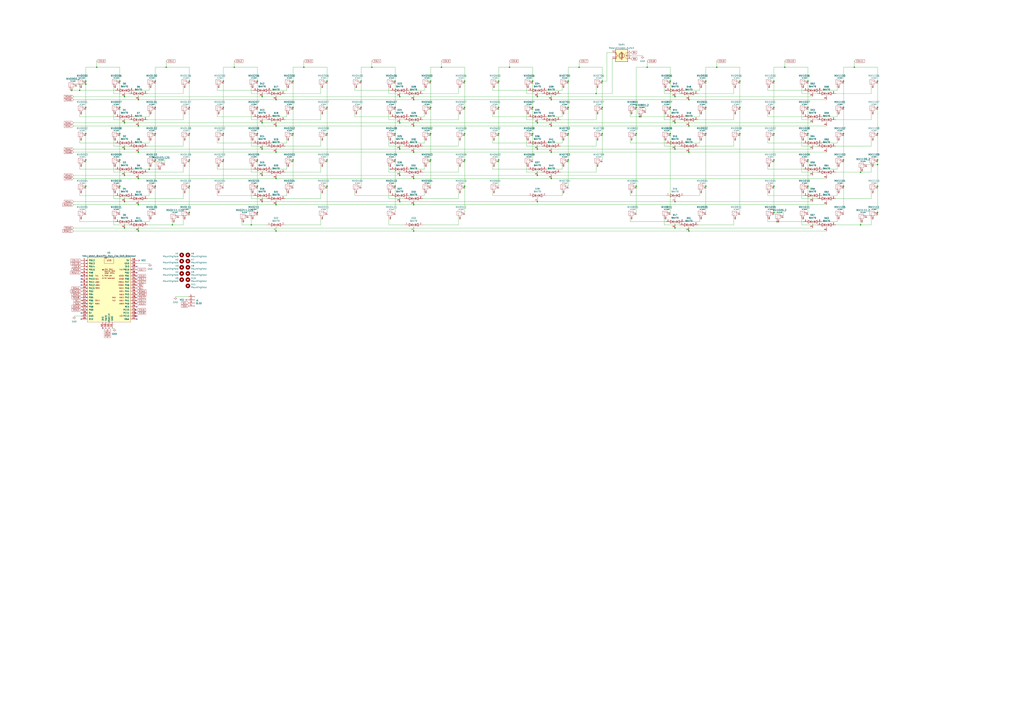
<source format=kicad_sch>
(kicad_sch (version 20211123) (generator eeschema)
  (paper "A1")
  (junction (at 409.575 109.855))
  (junction (at 522.605 109.855))
  (junction (at 554.355 187.325))
  (junction (at 70.485 109.855))
  (junction (at 565.785 125.095))
  (junction (at 635.635 109.855))
  (junction (at 494.665 109.855))
  (junction (at 381.635 66.675))
  (junction (at 701.675 55.245))
  (junction (at 663.575 131.445))
  (junction (at 489.585 76.835))
  (junction (at 296.545 66.675))
  (junction (at 226.695 103.505))
  (junction (at 113.665 146.685))
  (junction (at 127.635 131.445))
  (junction (at 155.575 88.265))
  (junction (at 692.785 66.675))
  (junction (at 720.725 66.675))
  (junction (at 70.485 66.675))
  (junction (at 249.555 55.245))
  (junction (at 452.755 81.915))
  (junction (at 113.665 103.505))
  (junction (at 324.485 109.855))
  (junction (at 494.665 66.675))
  (junction (at 98.425 153.035))
  (junction (at 240.665 88.265))
  (junction (at 215.265 144.145))
  (junction (at 692.785 153.035))
  (junction (at 268.605 88.265))
  (junction (at 550.545 109.855))
  (junction (at 324.485 88.265))
  (junction (at 328.295 122.555))
  (junction (at 663.575 88.265))
  (junction (at 102.235 187.325))
  (junction (at 381.635 153.035))
  (junction (at 183.515 66.675))
  (junction (at 339.725 81.915))
  (junction (at 183.515 109.855))
  (junction (at 565.785 189.865))
  (junction (at 98.425 131.445))
  (junction (at 211.455 174.625))
  (junction (at 409.575 88.265))
  (junction (at 211.455 88.265))
  (junction (at 418.465 55.245))
  (junction (at 226.695 168.275))
  (junction (at 328.295 100.965))
  (junction (at 466.725 131.445))
  (junction (at 353.695 88.265))
  (junction (at 635.635 66.675))
  (junction (at 441.325 79.375))
  (junction (at 588.645 55.245))
  (junction (at 554.355 122.555))
  (junction (at 607.695 109.855))
  (junction (at 353.695 131.445))
  (junction (at 663.575 66.675))
  (junction (at 441.325 100.965))
  (junction (at 579.755 109.855))
  (junction (at 324.485 153.035))
  (junction (at 381.635 131.445))
  (junction (at 635.635 131.445))
  (junction (at 635.635 88.265))
  (junction (at 136.525 55.245))
  (junction (at 113.665 189.865))
  (junction (at 663.575 109.855))
  (junction (at 102.235 122.555))
  (junction (at 339.725 103.505))
  (junction (at 226.695 125.095))
  (junction (at 607.695 88.265))
  (junction (at 409.575 66.675))
  (junction (at 155.575 153.035))
  (junction (at 70.485 131.445))
  (junction (at 70.485 69.215))
  (junction (at 720.725 174.625))
  (junction (at 706.755 184.785))
  (junction (at 226.695 189.865))
  (junction (at 268.605 66.675))
  (junction (at 441.325 122.555))
  (junction (at 70.485 153.035))
  (junction (at 215.265 100.965))
  (junction (at 437.515 66.675))
  (junction (at 226.695 146.685))
  (junction (at 102.235 144.145))
  (junction (at 127.635 66.675))
  (junction (at 692.785 109.855))
  (junction (at 324.485 66.675))
  (junction (at 98.425 88.265))
  (junction (at 522.605 88.265))
  (junction (at 531.495 55.245))
  (junction (at 339.725 168.275))
  (junction (at 353.695 109.855))
  (junction (at 155.575 174.625))
  (junction (at 441.325 144.145))
  (junction (at 706.755 141.605))
  (junction (at 122.555 139.065))
  (junction (at 635.635 153.035))
  (junction (at 466.725 88.265))
  (junction (at 522.605 153.035))
  (junction (at 155.575 66.675))
  (junction (at 113.665 125.095))
  (junction (at 240.665 131.445))
  (junction (at 183.515 131.445))
  (junction (at 494.665 88.265))
  (junction (at 211.455 131.445))
  (junction (at 240.665 109.855))
  (junction (at 98.425 66.675))
  (junction (at 102.235 165.735))
  (junction (at 127.635 153.035))
  (junction (at 324.485 131.445))
  (junction (at 70.485 88.265))
  (junction (at 268.605 109.855))
  (junction (at 102.235 100.965))
  (junction (at 127.635 88.265))
  (junction (at 211.455 66.675))
  (junction (at 215.265 122.555))
  (junction (at 437.515 109.855))
  (junction (at 644.525 55.245))
  (junction (at 305.435 55.245))
  (junction (at 102.235 79.375))
  (junction (at 183.515 88.265))
  (junction (at 525.145 95.885))
  (junction (at 339.725 125.095))
  (junction (at 720.725 135.255))
  (junction (at 579.755 153.035))
  (junction (at 565.785 81.915))
  (junction (at 362.585 55.245))
  (junction (at 452.755 103.505))
  (junction (at 339.725 189.865))
  (junction (at 638.175 182.245))
  (junction (at 466.725 109.855))
  (junction (at 635.635 174.625))
  (junction (at 692.785 88.265))
  (junction (at 215.265 79.375))
  (junction (at 720.725 88.265))
  (junction (at 554.355 165.735))
  (junction (at 550.545 66.675))
  (junction (at 579.755 66.675))
  (junction (at 127.635 109.855))
  (junction (at 441.325 165.735))
  (junction (at 381.635 88.265))
  (junction (at 113.665 168.275))
  (junction (at 240.665 66.675))
  (junction (at 98.425 109.855))
  (junction (at 328.295 165.735))
  (junction (at 720.725 109.855))
  (junction (at 452.755 125.095))
  (junction (at 155.575 131.445))
  (junction (at 554.355 79.375))
  (junction (at 565.785 103.505))
  (junction (at 211.455 153.035))
  (junction (at 466.725 66.675))
  (junction (at 79.375 55.245))
  (junction (at 475.615 55.245))
  (junction (at 720.725 131.445))
  (junction (at 579.755 88.265))
  (junction (at 296.545 88.265))
  (junction (at 192.405 55.245))
  (junction (at 452.755 146.685))
  (junction (at 113.665 81.915))
  (junction (at 268.605 153.035))
  (junction (at 215.265 165.735))
  (junction (at 141.605 184.785))
  (junction (at 720.725 153.035))
  (junction (at 381.635 109.855))
  (junction (at 692.785 131.445))
  (junction (at 339.725 146.685))
  (junction (at 607.695 66.675))
  (junction (at 155.575 109.855))
  (junction (at 353.695 66.675))
  (junction (at 554.355 100.965))
  (junction (at 663.575 153.035))
  (junction (at 268.605 131.445))
  (junction (at 65.405 74.295))
  (junction (at 328.295 144.145))
  (junction (at 211.455 109.855))
  (junction (at 226.695 81.915))
  (junction (at 550.545 88.265))
  (junction (at 409.575 131.445))
  (junction (at 437.515 88.265))
  (junction (at 206.375 184.785))
  (junction (at 328.295 79.375))
  (no_connect (at 112.395 252.095))
  (no_connect (at 66.675 234.315))
  (no_connect (at 66.675 231.775))
  (no_connect (at 66.675 226.695))
  (no_connect (at 66.675 229.235))
  (no_connect (at 112.395 224.155))
  (no_connect (at 546.735 74.295))
  (no_connect (at 66.675 262.255))
  (no_connect (at 112.395 262.255))
  (no_connect (at 84.455 269.875))
  (no_connect (at 112.395 219.075))
  (no_connect (at 320.675 117.475))
  (no_connect (at 320.675 139.065))
  (no_connect (at 66.675 257.175))
  (no_connect (at 112.395 259.715))
  (wire (pts (xy 122.555 139.065) (xy 109.855 139.065)))
  (wire (pts (xy 70.485 66.675) (xy 70.485 69.215)))
  (wire (pts (xy 211.455 88.265) (xy 211.455 109.855)))
  (wire (pts (xy 461.645 160.655) (xy 448.945 160.655)))
  (wire (pts (xy 226.695 189.865) (xy 339.725 189.865)))
  (wire (pts (xy 263.525 120.015) (xy 234.315 120.015)))
  (wire (pts (xy 268.605 153.035) (xy 268.605 174.625)))
  (wire (pts (xy 432.435 93.345) (xy 432.435 98.425)))
  (wire (pts (xy 452.755 103.505) (xy 565.785 103.505)))
  (wire (pts (xy 452.755 146.685) (xy 678.815 146.685)))
  (wire (pts (xy 268.605 55.245) (xy 268.605 66.675)))
  (wire (pts (xy 150.495 120.015) (xy 121.285 120.015)))
  (wire (pts (xy 263.525 163.195) (xy 234.315 163.195)))
  (wire (pts (xy 644.525 55.245) (xy 635.635 55.245)))
  (wire (pts (xy 319.405 76.835) (xy 332.105 76.835)))
  (wire (pts (xy 663.575 55.245) (xy 663.575 66.675)))
  (wire (pts (xy 579.755 153.035) (xy 579.755 174.625)))
  (wire (pts (xy 437.515 55.245) (xy 437.515 66.675)))
  (wire (pts (xy 127.635 153.035) (xy 127.635 174.625)))
  (wire (pts (xy 715.645 163.195) (xy 686.435 163.195)))
  (wire (pts (xy 60.325 144.145) (xy 102.235 144.145)))
  (wire (pts (xy 93.345 71.755) (xy 93.345 76.835)))
  (wire (pts (xy 240.665 109.855) (xy 240.665 131.445)))
  (wire (pts (xy 198.755 184.785) (xy 206.375 184.785)))
  (wire (pts (xy 404.495 117.475) (xy 433.705 117.475)))
  (wire (pts (xy 692.785 55.245) (xy 692.785 66.675)))
  (wire (pts (xy 150.495 163.195) (xy 121.285 163.195)))
  (wire (pts (xy 206.375 163.195) (xy 219.075 163.195)))
  (wire (pts (xy 93.345 163.195) (xy 106.045 163.195)))
  (wire (pts (xy 692.785 131.445) (xy 692.785 153.035)))
  (wire (pts (xy 305.435 55.245) (xy 324.485 55.245)))
  (wire (pts (xy 79.375 50.165) (xy 79.375 55.245)))
  (wire (pts (xy 452.755 125.095) (xy 565.785 125.095)))
  (wire (pts (xy 235.585 74.295) (xy 222.885 74.295)))
  (wire (pts (xy 178.435 74.295) (xy 207.645 74.295)))
  (wire (pts (xy 122.555 160.655) (xy 109.855 160.655)))
  (wire (pts (xy 263.525 141.605) (xy 234.315 141.605)))
  (wire (pts (xy 263.525 184.785) (xy 234.315 184.785)))
  (wire (pts (xy 93.345 98.425) (xy 106.045 98.425)))
  (wire (pts (xy 215.265 144.145) (xy 328.295 144.145)))
  (wire (pts (xy 183.515 66.675) (xy 183.515 88.265)))
  (wire (pts (xy 348.615 114.935) (xy 348.615 117.475)))
  (wire (pts (xy 263.525 114.935) (xy 263.525 120.015)))
  (wire (pts (xy 113.665 125.095) (xy 226.695 125.095)))
  (wire (pts (xy 362.585 55.245) (xy 381.635 55.245)))
  (wire (pts (xy 211.455 66.675) (xy 211.455 88.265)))
  (wire (pts (xy 127.635 66.675) (xy 127.635 88.265)))
  (wire (pts (xy 79.375 55.245) (xy 70.485 55.245)))
  (wire (pts (xy 211.455 109.855) (xy 211.455 131.445)))
  (wire (pts (xy 70.485 55.245) (xy 70.485 66.675)))
  (wire (pts (xy 348.615 71.755) (xy 348.615 74.295)))
  (wire (pts (xy 381.635 66.675) (xy 381.635 88.265)))
  (wire (pts (xy 692.785 153.035) (xy 692.785 174.625)))
  (wire (pts (xy 437.515 66.675) (xy 437.515 88.265)))
  (wire (pts (xy 711.835 177.165) (xy 720.725 177.165)))
  (wire (pts (xy 489.585 93.345) (xy 489.585 98.425)))
  (wire (pts (xy 215.265 79.375) (xy 328.295 79.375)))
  (wire (pts (xy 409.575 66.675) (xy 409.575 88.265)))
  (wire (pts (xy 720.725 135.255) (xy 720.725 153.035)))
  (wire (pts (xy 687.705 74.295) (xy 675.005 74.295)))
  (wire (pts (xy 263.525 158.115) (xy 263.525 163.195)))
  (wire (pts (xy 437.515 88.265) (xy 437.515 109.855)))
  (wire (pts (xy 441.325 165.735) (xy 554.355 165.735)))
  (wire (pts (xy 263.525 93.345) (xy 263.525 98.425)))
  (wire (pts (xy 630.555 114.935) (xy 630.555 117.475)))
  (wire (pts (xy 644.525 55.245) (xy 663.575 55.245)))
  (wire (pts (xy 517.525 179.705) (xy 517.525 182.245)))
  (wire (pts (xy 658.495 76.835) (xy 671.195 76.835)))
  (wire (pts (xy 93.345 184.785) (xy 106.045 184.785)))
  (wire (pts (xy 658.495 114.935) (xy 658.495 120.015)))
  (wire (pts (xy 122.555 179.705) (xy 122.555 182.245)))
  (wire (pts (xy 296.545 88.265) (xy 296.545 153.035)))
  (wire (pts (xy 432.435 120.015) (xy 445.135 120.015)))
  (wire (pts (xy 136.525 55.245) (xy 127.635 55.245)))
  (wire (pts (xy 122.555 182.245) (xy 109.855 182.245)))
  (wire (pts (xy 489.585 136.525) (xy 489.585 141.605)))
  (wire (pts (xy 144.145 243.84) (xy 154.94 243.84)))
  (wire (pts (xy 630.555 136.525) (xy 630.555 139.065)))
  (wire (pts (xy 122.555 117.475) (xy 109.855 117.475)))
  (wire (pts (xy 263.525 136.525) (xy 263.525 141.605)))
  (wire (pts (xy 550.545 88.265) (xy 550.545 109.855)))
  (wire (pts (xy 226.695 81.915) (xy 339.725 81.915)))
  (wire (pts (xy 353.695 109.855) (xy 353.695 131.445)))
  (wire (pts (xy 517.525 114.935) (xy 517.525 117.475)))
  (wire (pts (xy 348.615 93.345) (xy 348.615 95.885)))
  (wire (pts (xy 517.525 93.345) (xy 517.525 95.885)))
  (wire (pts (xy 249.555 55.245) (xy 240.665 55.245)))
  (wire (pts (xy 658.495 71.755) (xy 658.495 76.835)))
  (wire (pts (xy 319.405 93.345) (xy 319.405 98.425)))
  (wire (pts (xy 339.725 103.505) (xy 452.755 103.505)))
  (wire (pts (xy 268.605 88.265) (xy 268.605 109.855)))
  (wire (pts (xy 494.665 109.855) (xy 494.665 131.445)))
  (wire (pts (xy 376.555 98.425) (xy 347.345 98.425)))
  (wire (pts (xy 635.635 55.245) (xy 635.635 66.675)))
  (wire (pts (xy 489.585 71.755) (xy 489.585 76.835)))
  (wire (pts (xy 461.645 93.345) (xy 461.645 95.885)))
  (wire (pts (xy 62.865 69.215) (xy 70.485 69.215)))
  (wire (pts (xy 461.645 158.115) (xy 461.645 160.655)))
  (wire (pts (xy 183.515 109.855) (xy 183.515 131.445)))
  (wire (pts (xy 319.405 114.935) (xy 319.405 120.015)))
  (wire (pts (xy 102.235 165.735) (xy 215.265 165.735)))
  (wire (pts (xy 319.405 179.705) (xy 319.405 184.785)))
  (wire (pts (xy 706.755 184.785) (xy 686.435 184.785)))
  (wire (pts (xy 291.465 160.655) (xy 320.675 160.655)))
  (wire (pts (xy 150.495 184.785) (xy 141.605 184.785)))
  (wire (pts (xy 658.495 158.115) (xy 658.495 163.195)))
  (wire (pts (xy 545.465 120.015) (xy 558.165 120.015)))
  (wire (pts (xy 240.665 55.245) (xy 240.665 66.675)))
  (wire (pts (xy 432.435 141.605) (xy 445.135 141.605)))
  (wire (pts (xy 122.555 139.065) (xy 130.175 139.065)))
  (wire (pts (xy 226.695 146.685) (xy 339.725 146.685)))
  (wire (pts (xy 263.525 71.755) (xy 263.525 76.835)))
  (wire (pts (xy 376.555 179.705) (xy 376.555 184.785)))
  (wire (pts (xy 240.665 131.445) (xy 240.665 153.035)))
  (wire (pts (xy 720.725 153.035) (xy 720.725 174.625)))
  (wire (pts (xy 348.615 74.295) (xy 335.915 74.295)))
  (wire (pts (xy 522.605 88.265) (xy 522.605 109.855)))
  (wire (pts (xy 127.635 88.265) (xy 127.635 109.855)))
  (wire (pts (xy 291.465 93.345) (xy 291.465 95.885)))
  (wire (pts (xy 206.375 136.525) (xy 206.375 141.605)))
  (wire (pts (xy 630.555 71.755) (xy 630.555 74.295)))
  (wire (pts (xy 579.755 55.245) (xy 579.755 66.675)))
  (wire (pts (xy 319.405 163.195) (xy 332.105 163.195)))
  (wire (pts (xy 362.585 50.165) (xy 362.585 55.245)))
  (wire (pts (xy 113.665 189.865) (xy 226.695 189.865)))
  (wire (pts (xy 565.785 125.095) (xy 678.815 125.095)))
  (wire (pts (xy 635.635 66.675) (xy 635.635 88.265)))
  (wire (pts (xy 93.345 114.935) (xy 93.345 120.015)))
  (wire (pts (xy 404.495 95.885) (xy 433.705 95.885)))
  (wire (pts (xy 70.485 153.035) (xy 70.485 174.625)))
  (wire (pts (xy 531.495 50.165) (xy 531.495 55.245)))
  (wire (pts (xy 127.635 131.445) (xy 135.255 131.445)))
  (wire (pts (xy 494.665 66.675) (xy 498.475 66.675)))
  (wire (pts (xy 381.635 109.855) (xy 381.635 131.445)))
  (wire (pts (xy 249.555 55.245) (xy 268.605 55.245)))
  (wire (pts (xy 98.425 88.265) (xy 98.425 109.855)))
  (wire (pts (xy 339.725 125.095) (xy 452.755 125.095)))
  (wire (pts (xy 376.555 76.835) (xy 347.345 76.835)))
  (wire (pts (xy 226.695 103.505) (xy 339.725 103.505)))
  (wire (pts (xy 319.405 120.015) (xy 332.105 120.015)))
  (wire (pts (xy 339.725 146.685) (xy 452.755 146.685)))
  (wire (pts (xy 122.555 158.115) (xy 122.555 160.655)))
  (wire (pts (xy 353.695 55.245) (xy 353.695 66.675)))
  (wire (pts (xy 57.785 74.295) (xy 65.405 74.295)))
  (wire (pts (xy 461.645 136.525) (xy 461.645 139.065)))
  (wire (pts (xy 102.235 100.965) (xy 215.265 100.965)))
  (wire (pts (xy 701.675 50.165) (xy 701.675 55.245)))
  (wire (pts (xy 70.485 131.445) (xy 70.485 153.035)))
  (wire (pts (xy 198.755 182.245) (xy 198.755 184.785)))
  (wire (pts (xy 102.235 122.555) (xy 215.265 122.555)))
  (wire (pts (xy 60.325 187.325) (xy 102.235 187.325)))
  (wire (pts (xy 409.575 55.245) (xy 409.575 66.675)))
  (wire (pts (xy 588.645 55.245) (xy 579.755 55.245)))
  (wire (pts (xy 70.485 109.855) (xy 70.485 131.445)))
  (wire (pts (xy 630.555 95.885) (xy 659.765 95.885)))
  (wire (pts (xy 432.435 114.935) (xy 432.435 120.015)))
  (wire (pts (xy 291.465 74.295) (xy 320.675 74.295)))
  (wire (pts (xy 720.725 55.245) (xy 720.725 66.675)))
  (wire (pts (xy 319.405 141.605) (xy 332.105 141.605)))
  (wire (pts (xy 602.615 114.935) (xy 602.615 120.015)))
  (wire (pts (xy 215.265 100.965) (xy 328.295 100.965)))
  (wire (pts (xy 607.695 55.245) (xy 607.695 66.675)))
  (wire (pts (xy 720.725 174.625) (xy 720.725 177.165)))
  (wire (pts (xy 376.555 93.345) (xy 376.555 98.425)))
  (wire (pts (xy 432.435 98.425) (xy 445.135 98.425)))
  (wire (pts (xy 574.675 114.935) (xy 574.675 117.475)))
  (wire (pts (xy 70.485 69.215) (xy 70.485 88.265)))
  (wire (pts (xy 437.515 109.855) (xy 437.515 131.445)))
  (wire (pts (xy 554.355 100.965) (xy 667.385 100.965)))
  (wire (pts (xy 441.325 79.375) (xy 554.355 79.375)))
  (wire (pts (xy 206.375 179.705) (xy 206.375 184.785)))
  (wire (pts (xy 554.355 187.325) (xy 667.385 187.325)))
  (wire (pts (xy 206.375 98.425) (xy 219.075 98.425)))
  (wire (pts (xy 328.295 165.735) (xy 441.325 165.735)))
  (wire (pts (xy 658.495 184.785) (xy 671.195 184.785)))
  (wire (pts (xy 602.615 71.755) (xy 602.615 76.835)))
  (wire (pts (xy 319.405 98.425) (xy 332.105 98.425)))
  (wire (pts (xy 65.405 74.295) (xy 94.615 74.295)))
  (wire (pts (xy 607.695 66.675) (xy 607.695 88.265)))
  (wire (pts (xy 418.465 50.165) (xy 418.465 55.245)))
  (wire (pts (xy 215.265 122.555) (xy 328.295 122.555)))
  (wire (pts (xy 692.785 88.265) (xy 692.785 109.855)))
  (wire (pts (xy 319.405 71.755) (xy 319.405 76.835)))
  (wire (pts (xy 565.785 81.915) (xy 678.815 81.915)))
  (wire (pts (xy 178.435 158.115) (xy 178.435 160.655)))
  (wire (pts (xy 452.755 81.915) (xy 565.785 81.915)))
  (wire (pts (xy 319.405 184.785) (xy 332.105 184.785)))
  (wire (pts (xy 60.325 100.965) (xy 102.235 100.965)))
  (wire (pts (xy 525.145 95.885) (xy 546.735 95.885)))
  (wire (pts (xy 404.495 71.755) (xy 404.495 74.295)))
  (wire (pts (xy 630.555 182.245) (xy 638.175 182.245)))
  (wire (pts (xy 602.615 120.015) (xy 573.405 120.015)))
  (wire (pts (xy 65.405 71.755) (xy 65.405 74.295)))
  (wire (pts (xy 418.465 55.245) (xy 409.575 55.245)))
  (wire (pts (xy 235.585 114.935) (xy 235.585 117.475)))
  (wire (pts (xy 404.495 158.115) (xy 404.495 160.655)))
  (wire (pts (xy 607.695 88.265) (xy 607.695 109.855)))
  (wire (pts (xy 692.785 66.675) (xy 692.785 88.265)))
  (wire (pts (xy 715.645 114.935) (xy 715.645 120.015)))
  (wire (pts (xy 348.615 158.115) (xy 348.615 160.655)))
  (wire (pts (xy 550.545 55.245) (xy 550.545 66.675)))
  (wire (pts (xy 92.075 269.875) (xy 93.98 269.875)))
  (wire (pts (xy 113.665 168.275) (xy 226.695 168.275)))
  (wire (pts (xy 602.615 93.345) (xy 602.615 98.425)))
  (wire (pts (xy 607.695 109.855) (xy 607.695 174.625)))
  (wire (pts (xy 305.435 50.165) (xy 305.435 55.245)))
  (wire (pts (xy 517.525 158.115) (xy 517.525 160.655)))
  (wire (pts (xy 353.695 88.265) (xy 353.695 109.855)))
  (wire (pts (xy 122.555 95.885) (xy 109.855 95.885)))
  (wire (pts (xy 715.645 158.115) (xy 715.645 163.195)))
  (wire (pts (xy 60.96 259.715) (xy 66.675 259.715)))
  (wire (pts (xy 211.455 55.245) (xy 211.455 66.675)))
  (wire (pts (xy 65.405 93.345) (xy 65.405 95.885)))
  (wire (pts (xy 409.575 88.265) (xy 409.575 109.855)))
  (wire (pts (xy 498.475 43.18) (xy 498.475 66.675)))
  (wire (pts (xy 178.435 93.345) (xy 178.435 95.885)))
  (wire (pts (xy 381.635 55.245) (xy 381.635 66.675)))
  (wire (pts (xy 178.435 114.935) (xy 178.435 117.475)))
  (wire (pts (xy 206.375 141.605) (xy 219.075 141.605)))
  (wire (pts (xy 348.615 95.885) (xy 335.915 95.885)))
  (wire (pts (xy 150.495 136.525) (xy 150.495 141.605)))
  (wire (pts (xy 65.405 160.655) (xy 94.615 160.655)))
  (wire (pts (xy 127.635 131.445) (xy 127.635 153.035)))
  (wire (pts (xy 324.485 131.445) (xy 324.485 153.035)))
  (wire (pts (xy 122.555 136.525) (xy 122.555 139.065)))
  (wire (pts (xy 522.605 153.035) (xy 522.605 174.625)))
  (wire (pts (xy 663.575 153.035) (xy 663.575 174.625)))
  (wire (pts (xy 183.515 88.265) (xy 183.515 109.855)))
  (wire (pts (xy 206.375 158.115) (xy 206.375 163.195)))
  (wire (pts (xy 183.515 55.245) (xy 183.515 66.675)))
  (wire (pts (xy 226.695 125.095) (xy 339.725 125.095)))
  (wire (pts (xy 545.465 93.345) (xy 545.465 98.425)))
  (wire (pts (xy 643.255 174.625) (xy 635.635 174.625)))
  (wire (pts (xy 376.555 141.605) (xy 347.345 141.605)))
  (wire (pts (xy 324.485 88.265) (xy 324.485 109.855)))
  (wire (pts (xy 291.465 95.885) (xy 320.675 95.885)))
  (wire (pts (xy 545.465 98.425) (xy 558.165 98.425)))
  (wire (pts (xy 192.405 55.245) (xy 211.455 55.245)))
  (wire (pts (xy 565.785 103.505) (xy 678.815 103.505)))
  (wire (pts (xy 102.235 144.145) (xy 215.265 144.145)))
  (wire (pts (xy 441.325 122.555) (xy 554.355 122.555)))
  (wire (pts (xy 211.455 153.035) (xy 211.455 174.625)))
  (wire (pts (xy 404.495 93.345) (xy 404.495 95.885)))
  (wire (pts (xy 574.675 117.475) (xy 561.975 117.475)))
  (wire (pts (xy 530.225 90.805) (xy 530.225 88.265)))
  (wire (pts (xy 630.555 117.475) (xy 659.765 117.475)))
  (wire (pts (xy 328.295 122.555) (xy 441.325 122.555)))
  (wire (pts (xy 112.395 216.535) (xy 123.19 216.535)))
  (wire (pts (xy 328.295 79.375) (xy 441.325 79.375)))
  (wire (pts (xy 60.325 81.915) (xy 113.665 81.915)))
  (wire (pts (xy 494.665 55.245) (xy 494.665 66.675)))
  (wire (pts (xy 206.375 184.785) (xy 219.075 184.785)))
  (wire (pts (xy 602.615 179.705) (xy 602.615 184.785)))
  (wire (pts (xy 235.585 136.525) (xy 235.585 139.065)))
  (wire (pts (xy 550.545 109.855) (xy 550.545 174.625)))
  (wire (pts (xy 530.225 88.265) (xy 522.605 88.265)))
  (wire (pts (xy 155.575 131.445) (xy 155.575 153.035)))
  (wire (pts (xy 206.375 93.345) (xy 206.375 98.425)))
  (wire (pts (xy 98.425 66.675) (xy 98.425 88.265)))
  (wire (pts (xy 404.495 74.295) (xy 433.705 74.295)))
  (wire (pts (xy 630.555 74.295) (xy 659.765 74.295)))
  (wire (pts (xy 715.645 136.525) (xy 715.645 141.605)))
  (wire (pts (xy 296.545 55.245) (xy 296.545 66.675)))
  (wire (pts (xy 588.645 50.165) (xy 588.645 55.245)))
  (wire (pts (xy 155.575 174.625) (xy 155.575 177.165)))
  (wire (pts (xy 235.585 160.655) (xy 222.885 160.655)))
  (wire (pts (xy 178.435 136.525) (xy 178.435 139.065)))
  (wire (pts (xy 687.705 114.935) (xy 687.705 117.475)))
  (wire (pts (xy 602.615 98.425) (xy 573.405 98.425)))
  (wire (pts (xy 122.555 71.755) (xy 122.555 74.295)))
  (wire (pts (xy 102.235 79.375) (xy 215.265 79.375)))
  (wire (pts (xy 60.325 79.375) (xy 102.235 79.375)))
  (wire (pts (xy 65.405 139.065) (xy 94.615 139.065)))
  (wire (pts (xy 155.575 88.265) (xy 155.575 109.855)))
  (wire (pts (xy 376.555 120.015) (xy 347.345 120.015)))
  (wire (pts (xy 644.525 50.165) (xy 644.525 55.245)))
  (wire (pts (xy 178.435 95.885) (xy 207.645 95.885)))
  (wire (pts (xy 339.725 81.915) (xy 452.755 81.915)))
  (wire (pts (xy 98.425 109.855) (xy 98.425 131.445)))
  (wire (pts (xy 240.665 88.265) (xy 240.665 109.855)))
  (wire (pts (xy 328.295 100.965) (xy 441.325 100.965)))
  (wire (pts (xy 715.645 179.705) (xy 715.645 184.785)))
  (wire (pts (xy 418.465 55.245) (xy 437.515 55.245)))
  (wire (pts (xy 150.495 141.605) (xy 121.285 141.605)))
  (wire (pts (xy 249.555 50.165) (xy 249.555 55.245)))
  (wire (pts (xy 517.525 160.655) (xy 546.735 160.655)))
  (wire (pts (xy 211.455 174.625) (xy 211.455 177.165)))
  (wire (pts (xy 305.435 55.245) (xy 296.545 55.245)))
  (wire (pts (xy 206.375 71.755) (xy 206.375 76.835)))
  (wire (pts (xy 574.675 179.705) (xy 574.675 182.245)))
  (wire (pts (xy 466.725 55.245) (xy 466.725 66.675)))
  (wire (pts (xy 489.585 76.835) (xy 460.375 76.835)))
  (wire (pts (xy 720.725 131.445) (xy 720.725 135.255)))
  (wire (pts (xy 102.235 187.325) (xy 554.355 187.325)))
  (wire (pts (xy 93.345 141.605) (xy 106.045 141.605)))
  (wire (pts (xy 93.345 136.525) (xy 93.345 141.605)))
  (wire (pts (xy 150.495 179.705) (xy 150.495 184.785)))
  (wire (pts (xy 635.635 153.035) (xy 635.635 174.625)))
  (wire (pts (xy 489.585 76.835) (xy 502.92 76.835)))
  (wire (pts (xy 687.705 136.525) (xy 687.705 139.065)))
  (wire (pts (xy 235.585 158.115) (xy 235.585 160.655)))
  (wire (pts (xy 502.92 48.26) (xy 502.92 76.835)))
  (wire (pts (xy 715.645 184.785) (xy 706.755 184.785)))
  (wire (pts (xy 206.375 114.935) (xy 206.375 120.015)))
  (wire (pts (xy 376.555 114.935) (xy 376.555 120.015)))
  (wire (pts (xy 517.525 182.245) (xy 546.735 182.245)))
  (wire (pts (xy 381.635 131.445) (xy 381.635 153.035)))
  (wire (pts (xy 409.575 109.855) (xy 409.575 131.445)))
  (wire (pts (xy 60.325 125.095) (xy 113.665 125.095)))
  (wire (pts (xy 545.465 114.935) (xy 545.465 120.015)))
  (wire (pts (xy 65.405 95.885) (xy 94.615 95.885)))
  (wire (pts (xy 376.555 71.755) (xy 376.555 76.835)))
  (wire (pts (xy 635.635 88.265) (xy 635.635 109.855)))
  (wire (pts (xy 711.835 135.255) (xy 720.725 135.255)))
  (wire (pts (xy 65.405 136.525) (xy 65.405 139.065)))
  (wire (pts (xy 579.755 109.855) (xy 579.755 153.035)))
  (wire (pts (xy 362.585 55.245) (xy 353.695 55.245)))
  (wire (pts (xy 494.665 88.265) (xy 494.665 109.855)))
  (wire (pts (xy 687.705 158.115) (xy 687.705 160.655)))
  (wire (pts (xy 150.495 93.345) (xy 150.495 98.425)))
  (wire (pts (xy 574.675 93.345) (xy 574.675 95.885)))
  (wire (pts (xy 663.575 66.675) (xy 663.575 88.265)))
  (wire (pts (xy 235.585 139.065) (xy 222.885 139.065)))
  (wire (pts (xy 404.495 114.935) (xy 404.495 117.475)))
  (wire (pts (xy 150.495 114.935) (xy 150.495 120.015)))
  (wire (pts (xy 353.695 131.445) (xy 353.695 153.035)))
  (wire (pts (xy 93.345 76.835) (xy 106.045 76.835)))
  (wire (pts (xy 263.525 98.425) (xy 234.315 98.425)))
  (wire (pts (xy 155.575 66.675) (xy 155.575 88.265)))
  (wire (pts (xy 545.465 184.785) (xy 558.165 184.785)))
  (wire (pts (xy 687.705 182.245) (xy 675.005 182.245)))
  (wire (pts (xy 122.555 93.345) (xy 122.555 95.885)))
  (wire (pts (xy 574.675 71.755) (xy 574.675 74.295)))
  (wire (pts (xy 494.665 66.675) (xy 494.665 88.265)))
  (wire (pts (xy 545.465 71.755) (xy 545.465 76.835)))
  (wire (pts (xy 339.725 168.275) (xy 678.815 168.275)))
  (wire (pts (xy 324.485 55.245) (xy 324.485 66.675)))
  (wire (pts (xy 489.585 114.935) (xy 489.585 120.015)))
  (wire (pts (xy 404.495 139.065) (xy 433.705 139.065)))
  (wire (pts (xy 206.375 120.015) (xy 219.075 120.015)))
  (wire (pts (xy 630.555 93.345) (xy 630.555 95.885)))
  (wire (pts (xy 518.16 45.72) (xy 527.685 45.72)))
  (wire (pts (xy 715.645 76.835) (xy 686.435 76.835)))
  (wire (pts (xy 328.295 144.145) (xy 441.325 144.145)))
  (wire (pts (xy 192.405 50.165) (xy 192.405 55.245)))
  (wire (pts (xy 466.725 88.265) (xy 466.725 109.855)))
  (wire (pts (xy 79.375 55.245) (xy 98.425 55.245)))
  (wire (pts (xy 706.755 140.335) (xy 706.755 141.605)))
  (wire (pts (xy 466.725 109.855) (xy 466.725 131.445)))
  (wire (pts (xy 376.555 163.195) (xy 347.345 163.195)))
  (wire (pts (xy 65.405 182.245) (xy 94.615 182.245)))
  (wire (pts (xy 630.555 179.705) (xy 630.555 182.245)))
  (wire (pts (xy 522.605 109.855) (xy 522.605 153.035)))
  (wire (pts (xy 635.635 109.855) (xy 635.635 131.445)))
  (wire (pts (xy 658.495 98.425) (xy 671.195 98.425)))
  (wire (pts (xy 240.665 66.675) (xy 240.665 88.265)))
  (wire (pts (xy 658.495 163.195) (xy 671.195 163.195)))
  (wire (pts (xy 235.585 71.755) (xy 235.585 74.295)))
  (wire (pts (xy 268.605 66.675) (xy 268.605 88.265)))
  (wire (pts (xy 296.545 66.675) (xy 296.545 88.265)))
  (wire (pts (xy 687.705 95.885) (xy 675.005 95.885)))
  (wire (pts (xy 65.405 117.475) (xy 94.615 117.475)))
  (wire (pts (xy 150.495 76.835) (xy 121.285 76.835)))
  (wire (pts (xy 60.325 165.735) (xy 102.235 165.735)))
  (wire (pts (xy 136.525 50.165) (xy 136.525 55.245)))
  (wire (pts (xy 574.675 95.885) (xy 561.975 95.885)))
  (wire (pts (xy 461.645 117.475) (xy 448.945 117.475)))
  (wire (pts (xy 475.615 50.165) (xy 475.615 55.245)))
  (wire (pts (xy 141.605 184.785) (xy 121.285 184.785)))
  (wire (pts (xy 701.675 55.245) (xy 692.785 55.245)))
  (wire (pts (xy 715.645 120.015) (xy 686.435 120.015)))
  (wire (pts (xy 235.585 117.475) (xy 222.885 117.475)))
  (wire (pts (xy 178.435 71.755) (xy 178.435 74.295)))
  (wire (pts (xy 441.325 100.965) (xy 554.355 100.965)))
  (wire (pts (xy 226.695 168.275) (xy 339.725 168.275)))
  (wire (pts (xy 122.555 74.295) (xy 109.855 74.295)))
  (wire (pts (xy 404.495 136.525) (xy 404.495 139.065)))
  (wire (pts (xy 706.755 141.605) (xy 715.645 141.605)))
  (wire (pts (xy 630.555 158.115) (xy 630.555 160.655)))
  (wire (pts (xy 630.555 139.065) (xy 659.765 139.065)))
  (wire (pts (xy 203.835 177.165) (xy 211.455 177.165)))
  (wire (pts (xy 658.495 136.525) (xy 658.495 141.605)))
  (wire (pts (xy 574.675 158.115) (xy 574.675 160.655)))
  (wire (pts (xy 531.495 55.245) (xy 522.605 55.245)))
  (wire (pts (xy 461.645 95.885) (xy 448.945 95.885)))
  (wire (pts (xy 502.92 43.18) (xy 498.475 43.18)))
  (wire (pts (xy 663.575 131.445) (xy 663.575 153.035)))
  (wire (pts (xy 432.435 136.525) (xy 432.435 141.605)))
  (wire (pts (xy 376.555 184.785) (xy 347.345 184.785)))
  (wire (pts (xy 432.435 76.835) (xy 445.135 76.835)))
  (wire (pts (xy 319.405 136.525) (xy 319.405 141.605)))
  (wire (pts (xy 658.495 179.705) (xy 658.495 184.785)))
  (wire (pts (xy 324.485 109.855) (xy 324.485 131.445)))
  (wire (pts (xy 715.645 71.755) (xy 715.645 76.835)))
  (wire (pts (xy 404.495 160.655) (xy 433.705 160.655)))
  (wire (pts (xy 291.465 158.115) (xy 291.465 160.655)))
  (wire (pts (xy 339.725 189.865) (xy 565.785 189.865)))
  (wire (pts (xy 658.495 141.605) (xy 671.195 141.605)))
  (wire (pts (xy 635.635 131.445) (xy 635.635 153.035)))
  (wire (pts (xy 215.265 165.735) (xy 328.295 165.735)))
  (wire (pts (xy 643.255 177.165) (xy 643.255 174.625)))
  (wire (pts (xy 60.325 103.505) (xy 113.665 103.505)))
  (wire (pts (xy 98.425 153.035) (xy 98.425 174.625)))
  (wire (pts (xy 687.705 179.705) (xy 687.705 182.245)))
  (wire (pts (xy 65.405 179.705) (xy 65.405 182.245)))
  (wire (pts (xy 630.555 160.655) (xy 659.765 160.655)))
  (wire (pts (xy 268.605 109.855) (xy 268.605 131.445)))
  (wire (pts (xy 60.325 168.275) (xy 113.665 168.275)))
  (wire (pts (xy 441.325 144.145) (xy 667.385 144.145)))
  (wire (pts (xy 70.485 88.265) (xy 70.485 109.855)))
  (wire (pts (xy 60.325 189.865) (xy 113.665 189.865)))
  (wire (pts (xy 602.615 76.835) (xy 573.405 76.835)))
  (wire (pts (xy 409.575 131.445) (xy 409.575 153.035)))
  (wire (pts (xy 127.635 55.245) (xy 127.635 66.675)))
  (wire (pts (xy 113.665 81.915) (xy 226.695 81.915)))
  (wire (pts (xy 141.605 182.245) (xy 141.605 184.785)))
  (wire (pts (xy 706.755 182.245) (xy 706.755 184.785)))
  (wire (pts (xy 489.585 120.015) (xy 460.375 120.015)))
  (wire (pts (xy 65.405 158.115) (xy 65.405 160.655)))
  (wire (pts (xy 113.665 146.685) (xy 226.695 146.685)))
  (wire (pts (xy 268.605 131.445) (xy 268.605 153.035)))
  (wire (pts (xy 574.675 182.245) (xy 561.975 182.245)))
  (wire (pts (xy 348.615 139.065) (xy 335.915 139.065)))
  (wire (pts (xy 658.495 120.015) (xy 671.195 120.015)))
  (wire (pts (xy 475.615 55.245) (xy 466.725 55.245)))
  (wire (pts (xy 720.725 109.855) (xy 720.725 131.445)))
  (wire (pts (xy 554.355 165.735) (xy 667.385 165.735)))
  (wire (pts (xy 127.635 109.855) (xy 127.635 131.445)))
  (wire (pts (xy 638.175 182.245) (xy 659.765 182.245)))
  (wire (pts (xy 554.355 79.375) (xy 667.385 79.375)))
  (wire (pts (xy 687.705 71.755) (xy 687.705 74.295)))
  (wire (pts (xy 517.525 117.475) (xy 546.735 117.475)))
  (wire (pts (xy 324.485 66.675) (xy 324.485 88.265)))
  (wire (pts (xy 93.345 93.345) (xy 93.345 98.425)))
  (wire (pts (xy 475.615 55.245) (xy 494.665 55.245)))
  (wire (pts (xy 381.635 88.265) (xy 381.635 109.855)))
  (wire (pts (xy 381.635 153.035) (xy 381.635 174.625)))
  (wire (pts (xy 60.325 122.555) (xy 102.235 122.555)))
  (wire (pts (xy 715.645 98.425) (xy 686.435 98.425)))
  (wire (pts (xy 720.725 66.675) (xy 720.725 88.265)))
  (wire (pts (xy 291.465 71.755) (xy 291.465 74.295)))
  (wire (pts (xy 324.485 153.035) (xy 324.485 174.625)))
  (wire (pts (xy 206.375 76.835) (xy 219.075 76.835)))
  (wire (pts (xy 715.645 93.345) (xy 715.645 98.425)))
  (wire (pts (xy 602.615 184.785) (xy 573.405 184.785)))
  (wire (pts (xy 489.585 141.605) (xy 460.375 141.605)))
  (wire (pts (xy 93.345 158.115) (xy 93.345 163.195)))
  (wire (pts (xy 319.405 158.115) (xy 319.405 163.195)))
  (wire (pts (xy 348.615 136.525) (xy 348.615 139.065)))
  (wire (pts (xy 263.525 179.705) (xy 263.525 184.785)))
  (wire (pts (xy 192.405 55.245) (xy 183.515 55.245)))
  (wire (pts (xy 579.755 88.265) (xy 579.755 109.855)))
  (wire (pts (xy 461.645 74.295) (xy 448.945 74.295)))
  (wire (pts (xy 550.545 66.675) (xy 550.545 88.265)))
  (wire (pts (xy 466.725 66.675) (xy 466.725 88.265)))
  (wire (pts (xy 687.705 93.345) (xy 687.705 95.885)))
  (wire (pts (xy 146.685 177.165) (xy 155.575 177.165)))
  (wire (pts (xy 687.705 117.475) (xy 675.005 117.475)))
  (wire (pts (xy 93.345 120.015) (xy 106.045 120.015)))
  (wire (pts (xy 461.645 139.065) (xy 448.945 139.065)))
  (wire (pts (xy 183.515 131.445) (xy 183.515 153.035)))
  (wire (pts (xy 235.585 95.885) (xy 222.885 95.885)))
  (wire (pts (xy 376.555 158.115) (xy 376.555 163.195)))
  (wire (pts (xy 155.575 109.855) (xy 155.575 131.445)))
  (wire (pts (xy 432.435 71.755) (xy 432.435 76.835)))
  (wire (pts (xy 663.575 88.265) (xy 663.575 109.855)))
  (wire (pts (xy 720.725 88.265) (xy 720.725 109.855)))
  (wire (pts (xy 579.755 66.675) (xy 579.755 88.265)))
  (wire (pts (xy 348.615 160.655) (xy 335.915 160.655)))
  (wire (pts (xy 574.675 74.295) (xy 561.975 74.295)))
  (wire (pts (xy 113.665 103.505) (xy 226.695 103.505)))
  (wire (pts (xy 687.705 160.655) (xy 675.005 160.655)))
  (wire (pts (xy 461.645 71.755) (xy 461.645 74.295)))
  (wire (pts (xy 348.615 117.475) (xy 335.915 117.475)))
  (wire (pts (xy 517.525 95.885) (xy 525.145 95.885)))
  (wire (pts (xy 376.555 136.525) (xy 376.555 141.605)))
  (wire (pts (xy 574.675 160.655) (xy 561.975 160.655)))
  (wire (pts (xy 211.455 131.445) (xy 211.455 153.035)))
  (wire (pts (xy 489.585 98.425) (xy 460.375 98.425)))
  (wire (pts (xy 235.585 93.345) (xy 235.585 95.885)))
  (wire (pts (xy 686.435 141.605) (xy 706.755 141.605)))
  (wire (pts (xy 150.495 71.755) (xy 150.495 76.835)))
  (wire (pts (xy 98.425 55.245) (xy 98.425 66.675)))
  (wire (pts (xy 692.785 109.855) (xy 692.785 131.445)))
  (wire (pts (xy 65.405 114.935) (xy 65.405 117.475)))
  (wire (pts (xy 663.575 109.855) (xy 663.575 131.445)))
  (wire (pts (xy 701.675 55.245) (xy 720.725 55.245)))
  (wire (pts (xy 658.495 93.345) (xy 658.495 98.425)))
  (wire (pts (xy 545.465 76.835) (xy 558.165 76.835)))
  (wire (pts (xy 263.525 76.835) (xy 234.315 76.835)))
  (wire (pts (xy 136.525 55.245) (xy 155.575 55.245)))
  (wire (pts (xy 588.645 55.245) (xy 607.695 55.245)))
  (wire (pts (xy 135.255 133.985) (xy 135.255 131.445)))
  (wire (pts (xy 545.465 179.705) (xy 545.465 184.785)))
  (wire (pts (xy 150.495 158.115) (xy 150.495 163.195)))
  (wire (pts (xy 155.575 153.035) (xy 155.575 174.625)))
  (wire (pts (xy 178.435 117.475) (xy 207.645 117.475)))
  (wire (pts (xy 531.495 55.245) (xy 550.545 55.245)))
  (wire (pts (xy 93.345 179.705) (xy 93.345 184.785)))
  (wire (pts (xy 178.435 160.655) (xy 207.645 160.655)))
  (wire (pts (xy 522.605 55.245) (xy 522.605 88.265)))
  (wire (pts (xy 155.575 55.245) (xy 155.575 66.675)))
  (wire (pts (xy 554.355 122.555) (xy 667.385 122.555)))
  (wire (pts (xy 178.435 139.065) (xy 207.645 139.065)))
  (wire (pts (xy 466.725 131.445) (xy 466.725 153.035)))
  (wire (pts (xy 687.705 139.065) (xy 675.005 139.065)))
  (wire (pts (xy 98.425 131.445) (xy 98.425 153.035)))
  (wire (pts (xy 353.695 66.675) (xy 353.695 88.265)))
  (wire (pts (xy 60.325 146.685) (xy 113.665 146.685)))
  (wire (pts (xy 122.555 114.935) (xy 122.555 117.475)))
  (wire (pts (xy 461.645 114.935) (xy 461.645 117.475)))
  (wire (pts (xy 565.785 189.865) (xy 678.815 189.865)))
  (wire (pts (xy 150.495 98.425) (xy 121.285 98.425)))
  (global_label "ROW6" (shape input) (at 60.325 81.915 180) (property "Intersheet References" "${INTERSHEET_REFS}" (effects hide)))
  (global_label "SDA" (shape input) (at 66.675 249.555 180) (property "Intersheet References" "${INTERSHEET_REFS}" (effects hide)))
  (global_label "RA" (shape input) (at 518.16 43.18 0) (property "Intersheet References" "${INTERSHEET_REFS}" (effects hide)))
  (global_label "COL11" (shape input) (at 66.675 213.995 180) (property "Intersheet References" "${INTERSHEET_REFS}" (effects hide)))
  (global_label "RB" (shape input) (at 518.16 48.26 0) (property "Intersheet References" "${INTERSHEET_REFS}" (effects hide)))
  (global_label "COL4" (shape input) (at 112.395 247.015 0) (property "Intersheet References" "${INTERSHEET_REFS}" (effects hide)))
  (global_label "COL5" (shape input) (at 112.395 249.555 0) (property "Intersheet References" "${INTERSHEET_REFS}" (effects hide)))
  (global_label "ROW7" (shape input) (at 89.535 269.875 270) (property "Intersheet References" "${INTERSHEET_REFS}" (effects hide)))
  (global_label "COL2" (shape input) (at 112.395 231.775 0) (property "Intersheet References" "${INTERSHEET_REFS}" (effects hide)))
  (global_label "COL6" (shape input) (at 418.465 50.165 0) (property "Intersheet References" "${INTERSHEET_REFS}" (effects hide)))
  (global_label "ROW9" (shape input) (at 66.675 252.095 180) (property "Intersheet References" "${INTERSHEET_REFS}" (effects hide)))
  (global_label "COL5" (shape input) (at 362.585 50.165 0) (property "Intersheet References" "${INTERSHEET_REFS}" (effects hide)))
  (global_label "COL11" (shape input) (at 701.675 50.165 0) (property "Intersheet References" "${INTERSHEET_REFS}" (effects hide)))
  (global_label "ROW10" (shape input) (at 66.675 239.395 180) (property "Intersheet References" "${INTERSHEET_REFS}" (effects hide)))
  (global_label "ROW5" (shape input) (at 60.325 187.325 180) (property "Intersheet References" "${INTERSHEET_REFS}" (effects hide)))
  (global_label "SCL" (shape input) (at 66.675 247.015 180) (property "Intersheet References" "${INTERSHEET_REFS}" (effects hide)))
  (global_label "ROW4" (shape input) (at 66.675 236.855 180) (property "Intersheet References" "${INTERSHEET_REFS}" (effects hide)))
  (global_label "ROW8" (shape input) (at 60.325 125.095 180) (property "Intersheet References" "${INTERSHEET_REFS}" (effects hide)))
  (global_label "ROW10" (shape input) (at 60.325 168.275 180) (property "Intersheet References" "${INTERSHEET_REFS}" (effects hide)))
  (global_label "ROW5" (shape input) (at 66.675 221.615 180) (property "Intersheet References" "${INTERSHEET_REFS}" (effects hide)))
  (global_label "ROW0" (shape input) (at 112.395 239.395 0) (property "Intersheet References" "${INTERSHEET_REFS}" (effects hide)))
  (global_label "COL2" (shape input) (at 192.405 50.165 0) (property "Intersheet References" "${INTERSHEET_REFS}" (effects hide)))
  (global_label "COL3" (shape input) (at 249.555 50.165 0) (property "Intersheet References" "${INTERSHEET_REFS}" (effects hide)))
  (global_label "ROW3" (shape input) (at 66.675 254.635 180) (property "Intersheet References" "${INTERSHEET_REFS}" (effects hide)))
  (global_label "ROW9" (shape input) (at 60.325 146.685 180) (property "Intersheet References" "${INTERSHEET_REFS}" (effects hide)))
  (global_label "RA" (shape input) (at 112.395 236.855 0) (property "Intersheet References" "${INTERSHEET_REFS}" (effects hide)))
  (global_label "COL1" (shape input) (at 136.525 50.165 0) (property "Intersheet References" "${INTERSHEET_REFS}" (effects hide)))
  (global_label "ROW2" (shape input) (at 60.325 122.555 180) (property "Intersheet References" "${INTERSHEET_REFS}" (effects hide)))
  (global_label "COL1" (shape input) (at 112.395 229.235 0) (property "Intersheet References" "${INTERSHEET_REFS}" (effects hide)))
  (global_label "ROW11" (shape input) (at 60.325 189.865 180) (property "Intersheet References" "${INTERSHEET_REFS}" (effects hide)))
  (global_label "ROW1" (shape input) (at 86.995 269.875 270) (property "Intersheet References" "${INTERSHEET_REFS}" (effects hide)))
  (global_label "ROW6" (shape input) (at 112.395 241.935 0) (property "Intersheet References" "${INTERSHEET_REFS}" (effects hide)))
  (global_label "COL4" (shape input) (at 305.435 50.165 0) (property "Intersheet References" "${INTERSHEET_REFS}" (effects hide)))
  (global_label "COL7" (shape input) (at 475.615 50.165 0) (property "Intersheet References" "${INTERSHEET_REFS}" (effects hide)))
  (global_label "ROW3" (shape input) (at 60.325 144.145 180) (property "Intersheet References" "${INTERSHEET_REFS}" (effects hide)))
  (global_label "ROW11" (shape input) (at 66.675 224.155 180) (property "Intersheet References" "${INTERSHEET_REFS}" (effects hide)))
  (global_label "COL7" (shape input) (at 112.395 221.615 0) (property "Intersheet References" "${INTERSHEET_REFS}" (effects hide)))
  (global_label "ROW2" (shape input) (at 66.675 241.935 180) (property "Intersheet References" "${INTERSHEET_REFS}" (effects hide)))
  (global_label "COL0" (shape input) (at 79.375 50.165 0) (property "Intersheet References" "${INTERSHEET_REFS}" (effects hide)))
  (global_label "COL8" (shape input) (at 531.495 50.165 0) (property "Intersheet References" "${INTERSHEET_REFS}" (effects hide)))
  (global_label "ROW0" (shape input) (at 60.325 79.375 180) (property "Intersheet References" "${INTERSHEET_REFS}" (effects hide)))
  (global_label "COL10" (shape input) (at 66.675 216.535 180) (property "Intersheet References" "${INTERSHEET_REFS}" (effects hide)))
  (global_label "COL8" (shape input) (at 112.395 257.175 0) (property "Intersheet References" "${INTERSHEET_REFS}" (effects hide)))
  (global_label "RB" (shape input) (at 112.395 234.315 0) (property "Intersheet References" "${INTERSHEET_REFS}" (effects hide)))
  (global_label "SDA" (shape input) (at 154.94 251.46 180) (property "Intersheet References" "${INTERSHEET_REFS}" (effects hide)))
  (global_label "ROW4" (shape input) (at 60.325 165.735 180) (property "Intersheet References" "${INTERSHEET_REFS}" (effects hide)))
  (global_label "COL3" (shape input) (at 112.395 244.475 0) (property "Intersheet References" "${INTERSHEET_REFS}" (effects hide)))
  (global_label "COL9" (shape input) (at 66.675 219.075 180) (property "Intersheet References" "${INTERSHEET_REFS}" (effects hide)))
  (global_label "COL10" (shape input) (at 644.525 50.165 0) (property "Intersheet References" "${INTERSHEET_REFS}" (effects hide)))
  (global_label "ROW1" (shape input) (at 60.325 100.965 180) (property "Intersheet References" "${INTERSHEET_REFS}" (effects hide)))
  (global_label "ROW8" (shape input) (at 66.675 244.475 180) (property "Intersheet References" "${INTERSHEET_REFS}" (effects hide)))
  (global_label "COL0" (shape input) (at 112.395 226.695 0) (property "Intersheet References" "${INTERSHEET_REFS}" (effects hide)))
  (global_label "ROW7" (shape input) (at 60.325 103.505 180) (property "Intersheet References" "${INTERSHEET_REFS}" (effects hide)))
  (global_label "COL6" (shape input) (at 112.395 254.635 0) (property "Intersheet References" "${INTERSHEET_REFS}" (effects hide)))
  (global_label "SCL" (shape input) (at 154.94 248.92 180) (property "Intersheet References" "${INTERSHEET_REFS}" (effects hide)))
  (global_label "COL9" (shape input) (at 588.645 50.165 0) (property "Intersheet References" "${INTERSHEET_REFS}" (effects hide)))
  (symbol (lib_id "MX_Alps_Hybrid:MX-NoLED") (at 377.825 175.895 0) (unit 1)
    (property "Reference" "MX0511" (at 378.6632 170.2308 0) (effects (font (size 1.524 1.524))))
    (property "Value" "MX-NoLED" (at 378.6632 172.1104 0) (effects (font (size 0.508 0.508))))
    (property "Footprint" "MX_Only:MXOnly-1U-NoLED" (effects hide))
  )
  (symbol (lib_id "Diode:BAV70") (at 328.295 160.655 0) (unit 1)
    (property "Reference" "D27" (at 328.295 155.1432 0))
    (property "Value" "BAV70" (at 328.295 157.4546 0))
    (property "Footprint" "Keebio-Parts:SOT-23_Handsoldering" (effects hide))
    (property "Datasheet" "https://assets.nexperia.com/documents/data-sheet/BAV70_SER.pdf" (effects hide))
  )
  (symbol (lib_id "MX_Alps_Hybrid:MX-NoLED") (at 405.765 132.715 0) (unit 1)
    (property "Reference" "MX0603" (at 406.6032 127.0508 0) (effects (font (size 1.524 1.524))))
    (property "Value" "MX-NoLED" (at 406.6032 128.9304 0) (effects (font (size 0.508 0.508))))
    (property "Footprint" "MX_Only:MXOnly-1U-NoLED" (effects hide))
  )
  (symbol (lib_id "jabberwocky-rescue:MX-NoLED-MX_Alps_Hybrid") (at 639.445 178.435 0) (unit 1)
    (property "Reference" "MX1005.2" (at 640.2832 172.7708 0) (effects (font (size 1.524 1.524))))
    (property "Value" "MX-NoLED" (at 640.2832 174.6504 0) (effects (font (size 0.508 0.508))))
    (property "Footprint" "MX_Only:MXOnly-1U-NoLED" (effects hide))
  )
  (symbol (lib_id "MX_Alps_Hybrid:MX-NoLED") (at 490.855 89.535 0) (unit 1)
    (property "Reference" "MX0707" (at 491.6932 83.8708 0) (effects (font (size 1.524 1.524))))
    (property "Value" "MX-NoLED" (at 491.6932 85.7504 0) (effects (font (size 0.508 0.508))))
    (property "Footprint" "MX_Only:MXOnly-1U-NoLED" (effects hide))
  )
  (symbol (lib_id "MX_Alps_Hybrid:MX-NoLED") (at 490.855 111.125 0) (unit 1)
    (property "Reference" "MX0708" (at 491.6932 105.4608 0) (effects (font (size 1.524 1.524))))
    (property "Value" "MX-NoLED" (at 491.6932 107.3404 0) (effects (font (size 0.508 0.508))))
    (property "Footprint" "MX_Only:MXOnly-1U-NoLED" (effects hide))
  )
  (symbol (lib_id "MX_Alps_Hybrid:MX-NoLED") (at 66.675 154.305 0) (unit 1)
    (property "Reference" "MX0004" (at 67.5132 148.6408 0) (effects (font (size 1.524 1.524))))
    (property "Value" "MX-NoLED" (at 67.5132 150.5204 0) (effects (font (size 0.508 0.508))))
    (property "Footprint" "MX_Only:MXOnly-1U-NoLED" (effects hide))
  )
  (symbol (lib_id "MX_Alps_Hybrid:MX-NoLED") (at 405.765 154.305 0) (unit 1)
    (property "Reference" "MX0604" (at 406.6032 148.6408 0) (effects (font (size 1.524 1.524))))
    (property "Value" "MX-NoLED" (at 406.6032 150.5204 0) (effects (font (size 0.508 0.508))))
    (property "Footprint" "MX_Only:MXOnly-1U-NoLED" (effects hide))
  )
  (symbol (lib_id "Diode:BAV70") (at 328.295 95.885 0) (unit 1)
    (property "Reference" "D24" (at 328.295 90.3732 0))
    (property "Value" "BAV70" (at 328.295 92.6846 0))
    (property "Footprint" "Keebio-Parts:SOT-23_Handsoldering" (effects hide))
    (property "Datasheet" "https://assets.nexperia.com/documents/data-sheet/BAV70_SER.pdf" (effects hide))
  )
  (symbol (lib_id "MX_Alps_Hybrid:MX-NoLED") (at 264.795 67.945 0) (unit 1)
    (property "Reference" "MX0306" (at 265.6332 62.2808 0) (effects (font (size 1.524 1.524))))
    (property "Value" "MX-NoLED" (at 265.6332 64.1604 0) (effects (font (size 0.508 0.508))))
    (property "Footprint" "MX_Only:MXOnly-1U-NoLED" (effects hide))
  )
  (symbol (lib_id "MX_Alps_Hybrid:MX-NoLED") (at 603.885 67.945 0) (unit 1)
    (property "Reference" "MX0906" (at 604.7232 62.2808 0) (effects (font (size 1.524 1.524))))
    (property "Value" "MX-NoLED" (at 604.7232 64.1604 0) (effects (font (size 0.508 0.508))))
    (property "Footprint" "MX_Only:MXOnly-1U-NoLED" (effects hide))
  )
  (symbol (lib_id "Diode:BAV70") (at 339.725 141.605 0) (unit 1)
    (property "Reference" "D31" (at 339.725 136.0932 0))
    (property "Value" "BAV70" (at 339.725 138.4046 0))
    (property "Footprint" "Keebio-Parts:SOT-23_Handsoldering" (effects hide))
    (property "Datasheet" "https://assets.nexperia.com/documents/data-sheet/BAV70_SER.pdf" (effects hide))
  )
  (symbol (lib_id "MX_Alps_Hybrid:MX-NoLED") (at 526.415 92.075 0) (unit 1)
    (property "Reference" "MX0801.2" (at 527.2532 86.4108 0) (effects (font (size 1.524 1.524))))
    (property "Value" "MX-NoLED" (at 527.2532 88.2904 0) (effects (font (size 0.508 0.508))))
    (property "Footprint" "MX_Only:MXOnly-1U-NoLED" (effects hide))
  )
  (symbol (lib_id "MX_Alps_Hybrid:MX-NoLED") (at 292.735 154.305 0) (unit 1)
    (property "Reference" "MX0404" (at 293.5732 148.6408 0) (effects (font (size 1.524 1.524))))
    (property "Value" "MX-NoLED" (at 293.5732 150.5204 0) (effects (font (size 0.508 0.508))))
    (property "Footprint" "MX_Only:MXOnly-1U-NoLED" (effects hide))
  )
  (symbol (lib_id "Diode:BAV70") (at 339.725 76.835 0) (unit 1)
    (property "Reference" "D28" (at 339.725 71.3232 0))
    (property "Value" "BAV70" (at 339.725 73.6346 0))
    (property "Footprint" "Keebio-Parts:SOT-23_Handsoldering" (effects hide))
    (property "Datasheet" "https://assets.nexperia.com/documents/data-sheet/BAV70_SER.pdf" (effects hide))
  )
  (symbol (lib_id "MX_Alps_Hybrid:MX-NoLED") (at 546.735 175.895 0) (unit 1)
    (property "Reference" "MX0811" (at 547.5732 170.2308 0) (effects (font (size 1.524 1.524))))
    (property "Value" "MX-NoLED" (at 547.5732 172.1104 0) (effects (font (size 0.508 0.508))))
    (property "Footprint" "MX_Only:MXOnly-1U-NoLED" (effects hide))
  )
  (symbol (lib_id "Diode:BAV70") (at 102.235 139.065 0) (unit 1)
    (property "Reference" "D3" (at 102.235 133.5532 0))
    (property "Value" "BAV70" (at 102.235 135.8646 0))
    (property "Footprint" "Keebio-Parts:SOT-23_Handsoldering" (effects hide))
    (property "Datasheet" "https://assets.nexperia.com/documents/data-sheet/BAV70_SER.pdf" (effects hide))
  )
  (symbol (lib_id "Diode:BAV70") (at 441.325 117.475 0) (unit 1)
    (property "Reference" "D36" (at 441.325 111.9632 0))
    (property "Value" "BAV70" (at 441.325 114.2746 0))
    (property "Footprint" "Keebio-Parts:SOT-23_Handsoldering" (effects hide))
    (property "Datasheet" "https://assets.nexperia.com/documents/data-sheet/BAV70_SER.pdf" (effects hide))
  )
  (symbol (lib_id "MX_Alps_Hybrid:MX-NoLED") (at 490.855 67.945 0) (unit 1)
    (property "Reference" "MX0706" (at 491.6932 62.2808 0) (effects (font (size 1.524 1.524))))
    (property "Value" "MX-NoLED" (at 491.6932 64.1604 0) (effects (font (size 0.508 0.508))))
    (property "Footprint" "MX_Only:MXOnly-1U-NoLED" (effects hide))
  )
  (symbol (lib_id "Diode:BAV70") (at 215.265 95.885 0) (unit 1)
    (property "Reference" "D13" (at 215.265 90.3732 0))
    (property "Value" "BAV70" (at 215.265 92.6846 0))
    (property "Footprint" "Keebio-Parts:SOT-23_Handsoldering" (effects hide))
    (property "Datasheet" "https://assets.nexperia.com/documents/data-sheet/BAV70_SER.pdf" (effects hide))
  )
  (symbol (lib_id "MX_Alps_Hybrid:MX-NoLED") (at 377.825 132.715 0) (unit 1)
    (property "Reference" "MX0509" (at 378.6632 127.0508 0) (effects (font (size 1.524 1.524))))
    (property "Value" "MX-NoLED" (at 378.6632 128.9304 0) (effects (font (size 0.508 0.508))))
    (property "Footprint" "MX_Only:MXOnly-1U-NoLED" (effects hide))
  )
  (symbol (lib_id "Mechanical:MountingHole") (at 154.305 229.87 0) (unit 1)
    (property "Reference" "H10" (at 156.845 228.7016 0) (effects (justify left)))
    (property "Value" "MountingHole" (at 156.845 231.013 0) (effects (justify left)))
    (property "Footprint" "MountingHole:MountingHole_2.2mm_M2_Pad" (effects hide))
  )
  (symbol (lib_id "Diode:BAV70") (at 452.755 120.015 0) (unit 1)
    (property "Reference" "D41" (at 452.755 114.5032 0))
    (property "Value" "BAV70" (at 452.755 116.8146 0))
    (property "Footprint" "Keebio-Parts:SOT-23_Handsoldering" (effects hide))
    (property "Datasheet" "https://assets.nexperia.com/documents/data-sheet/BAV70_SER.pdf" (effects hide))
  )
  (symbol (lib_id "MX_Alps_Hybrid:MX-NoLED") (at 377.825 111.125 0) (unit 1)
    (property "Reference" "MX0508" (at 378.6632 105.4608 0) (effects (font (size 1.524 1.524))))
    (property "Value" "MX-NoLED" (at 378.6632 107.3404 0) (effects (font (size 0.508 0.508))))
    (property "Footprint" "MX_Only:MXOnly-1U-NoLED" (effects hide))
  )
  (symbol (lib_id "MX_Alps_Hybrid:MX-NoLED") (at 264.795 111.125 0) (unit 1)
    (property "Reference" "MX0308" (at 265.6332 105.4608 0) (effects (font (size 1.524 1.524))))
    (property "Value" "MX-NoLED" (at 265.6332 107.3404 0) (effects (font (size 0.508 0.508))))
    (property "Footprint" "MX_Only:MXOnly-1U-NoLED" (effects hide))
  )
  (symbol (lib_id "MX_Alps_Hybrid:MX-NoLED") (at 603.885 111.125 0) (unit 1)
    (property "Reference" "MX0908" (at 604.7232 105.4608 0) (effects (font (size 1.524 1.524))))
    (property "Value" "MX-NoLED" (at 604.7232 107.3404 0) (effects (font (size 0.508 0.508))))
    (property "Footprint" "MX_Only:MXOnly-1U-NoLED" (effects hide))
  )
  (symbol (lib_id "Diode:BAV70") (at 215.265 160.655 0) (unit 1)
    (property "Reference" "D16" (at 215.265 155.1432 0))
    (property "Value" "BAV70" (at 215.265 157.4546 0))
    (property "Footprint" "Keebio-Parts:SOT-23_Handsoldering" (effects hide))
    (property "Datasheet" "https://assets.nexperia.com/documents/data-sheet/BAV70_SER.pdf" (effects hide))
  )
  (symbol (lib_id "MX_Alps_Hybrid:MX-NoLED") (at 123.825 154.305 0) (unit 1)
    (property "Reference" "MX0104" (at 124.6632 148.6408 0) (effects (font (size 1.524 1.524))))
    (property "Value" "MX-NoLED" (at 124.6632 150.5204 0) (effects (font (size 0.508 0.508))))
    (property "Footprint" "MX_Only:MXOnly-1U-NoLED" (effects hide))
  )
  (symbol (lib_id "MX_Alps_Hybrid:MX-NoLED") (at 94.615 111.125 0) (unit 1)
    (property "Reference" "MX0008" (at 95.4532 105.4608 0) (effects (font (size 1.524 1.524))))
    (property "Value" "MX-NoLED" (at 95.4532 107.3404 0) (effects (font (size 0.508 0.508))))
    (property "Footprint" "MX_Only:MXOnly-1U-NoLED" (effects hide))
  )
  (symbol (lib_id "Mechanical:MountingHole") (at 154.305 219.71 0) (unit 1)
    (property "Reference" "H8" (at 156.845 218.5416 0) (effects (justify left)))
    (property "Value" "MountingHole" (at 156.845 220.853 0) (effects (justify left)))
    (property "Footprint" "MountingHole:MountingHole_2.2mm_M2_Pad" (effects hide))
  )
  (symbol (lib_id "MX_Alps_Hybrid:MX-NoLED") (at 151.765 175.895 0) (unit 1)
    (property "Reference" "MX0111" (at 152.6032 170.2308 0) (effects (font (size 1.524 1.524))))
    (property "Value" "MX-NoLED" (at 152.6032 172.1104 0) (effects (font (size 0.508 0.508))))
    (property "Footprint" "MX_Only:MXOnly-1U-NoLED" (effects hide))
  )
  (symbol (lib_id "Diode:BAV70") (at 441.325 74.295 0) (unit 1)
    (property "Reference" "D34" (at 441.325 68.7832 0))
    (property "Value" "BAV70" (at 441.325 71.0946 0))
    (property "Footprint" "Keebio-Parts:SOT-23_Handsoldering" (effects hide))
    (property "Datasheet" "https://assets.nexperia.com/documents/data-sheet/BAV70_SER.pdf" (effects hide))
  )
  (symbol (lib_id "Diode:BAV70") (at 339.725 98.425 0) (unit 1)
    (property "Reference" "D29" (at 339.725 92.9132 0))
    (property "Value" "BAV70" (at 339.725 95.2246 0))
    (property "Footprint" "Keebio-Parts:SOT-23_Handsoldering" (effects hide))
    (property "Datasheet" "https://assets.nexperia.com/documents/data-sheet/BAV70_SER.pdf" (effects hide))
  )
  (symbol (lib_id "MX_Alps_Hybrid:MX-NoLED") (at 123.825 89.535 0) (unit 1)
    (property "Reference" "MX0101" (at 124.6632 83.8708 0) (effects (font (size 1.524 1.524))))
    (property "Value" "MX-NoLED" (at 124.6632 85.7504 0) (effects (font (size 0.508 0.508))))
    (property "Footprint" "MX_Only:MXOnly-1U-NoLED" (effects hide))
  )
  (symbol (lib_id "Diode:BAV70") (at 339.725 120.015 0) (unit 1)
    (property "Reference" "D30" (at 339.725 114.5032 0))
    (property "Value" "BAV70" (at 339.725 116.8146 0))
    (property "Footprint" "Keebio-Parts:SOT-23_Handsoldering" (effects hide))
    (property "Datasheet" "https://assets.nexperia.com/documents/data-sheet/BAV70_SER.pdf" (effects hide))
  )
  (symbol (lib_id "Diode:BAV70") (at 441.325 95.885 0) (unit 1)
    (property "Reference" "D35" (at 441.325 90.3732 0))
    (property "Value" "BAV70" (at 441.325 92.6846 0))
    (property "Footprint" "Keebio-Parts:SOT-23_Handsoldering" (effects hide))
    (property "Datasheet" "https://assets.nexperia.com/documents/data-sheet/BAV70_SER.pdf" (effects hide))
  )
  (symbol (lib_id "Diode:BAV70") (at 226.695 184.785 0) (unit 1)
    (property "Reference" "D22" (at 226.695 179.2732 0))
    (property "Value" "BAV70" (at 226.695 181.5846 0))
    (property "Footprint" "Keebio-Parts:SOT-23_Handsoldering" (effects hide))
    (property "Datasheet" "https://assets.nexperia.com/documents/data-sheet/BAV70_SER.pdf" (effects hide))
  )
  (symbol (lib_id "MX_Alps_Hybrid:MX-NoLED") (at 377.825 154.305 0) (unit 1)
    (property "Reference" "MX0510" (at 378.6632 148.6408 0) (effects (font (size 1.524 1.524))))
    (property "Value" "MX-NoLED" (at 378.6632 150.5204 0) (effects (font (size 0.508 0.508))))
    (property "Footprint" "MX_Only:MXOnly-1U-NoLED" (effects hide))
  )
  (symbol (lib_id "Mechanical:MountingHole") (at 149.225 224.79 0) (mirror y) (unit 1)
    (property "Reference" "H4" (at 146.685 223.6216 0) (effects (justify left)))
    (property "Value" "MountingHole" (at 146.685 225.933 0) (effects (justify left)))
    (property "Footprint" "MountingHole:MountingHole_2.2mm_M2_Pad" (effects hide))
  )
  (symbol (lib_id "jabberwocky-rescue:MX-NoLED-MX_Alps_Hybrid") (at 659.765 111.125 0) (unit 1)
    (property "Reference" "MX1008" (at 660.6032 105.4608 0) (effects (font (size 1.524 1.524))))
    (property "Value" "MX-NoLED" (at 660.6032 107.3404 0) (effects (font (size 0.508 0.508))))
    (property "Footprint" "MX_Only:MXOnly-1U-NoLED" (effects hide))
  )
  (symbol (lib_id "MX_Alps_Hybrid:MX-NoLED") (at 518.795 175.895 0) (unit 1)
    (property "Reference" "MX0805" (at 519.6332 170.2308 0) (effects (font (size 1.524 1.524))))
    (property "Value" "MX-NoLED" (at 519.6332 172.1104 0) (effects (font (size 0.508 0.508))))
    (property "Footprint" "MX_Only:MXOnly-1U-NoLED" (effects hide))
  )
  (symbol (lib_id "MX_Alps_Hybrid:MX-NoLED") (at 179.705 132.715 0) (unit 1)
    (property "Reference" "MX0203" (at 180.5432 127.0508 0) (effects (font (size 1.524 1.524))))
    (property "Value" "MX-NoLED" (at 180.5432 128.9304 0) (effects (font (size 0.508 0.508))))
    (property "Footprint" "MX_Only:MXOnly-1U-NoLED" (effects hide))
  )
  (symbol (lib_id "Diode:BAV70") (at 667.385 160.655 0) (unit 1)
    (property "Reference" "D56" (at 667.385 155.1432 0))
    (property "Value" "BAV70" (at 667.385 157.4546 0))
    (property "Footprint" "Keebio-Parts:SOT-23_Handsoldering" (effects hide))
    (property "Datasheet" "https://assets.nexperia.com/documents/data-sheet/BAV70_SER.pdf" (effects hide))
  )
  (symbol (lib_id "MX_Alps_Hybrid:MX-NoLED") (at 94.615 132.715 0) (unit 1)
    (property "Reference" "MX0009" (at 95.4532 127.0508 0) (effects (font (size 1.524 1.524))))
    (property "Value" "MX-NoLED" (at 95.4532 128.9304 0) (effects (font (size 0.508 0.508))))
    (property "Footprint" "MX_Only:MXOnly-1U-NoLED" (effects hide))
  )
  (symbol (lib_id "Mechanical:MountingHole") (at 154.305 224.79 0) (unit 1)
    (property "Reference" "H9" (at 156.845 223.6216 0) (effects (justify left)))
    (property "Value" "MountingHole" (at 156.845 225.933 0) (effects (justify left)))
    (property "Footprint" "MountingHole:MountingHole_2.2mm_M2_Pad" (effects hide))
  )
  (symbol (lib_id "Diode:BAV70") (at 667.385 74.295 0) (unit 1)
    (property "Reference" "D52" (at 667.385 68.7832 0))
    (property "Value" "BAV70" (at 667.385 71.0946 0))
    (property "Footprint" "Keebio-Parts:SOT-23_Handsoldering" (effects hide))
    (property "Datasheet" "https://assets.nexperia.com/documents/data-sheet/BAV70_SER.pdf" (effects hide))
  )
  (symbol (lib_id "Mechanical:MountingHole") (at 149.225 229.87 0) (mirror y) (unit 1)
    (property "Reference" "H5" (at 146.685 228.7016 0) (effects (justify left)))
    (property "Value" "MountingHole" (at 146.685 231.013 0) (effects (justify left)))
    (property "Footprint" "MountingHole:MountingHole_2.2mm_M2_Pad" (effects hide))
  )
  (symbol (lib_id "MX_Alps_Hybrid:MX-NoLED") (at 123.825 175.895 0) (unit 1)
    (property "Reference" "MX0105" (at 124.6632 170.2308 0) (effects (font (size 1.524 1.524))))
    (property "Value" "MX-NoLED" (at 124.6632 172.1104 0) (effects (font (size 0.508 0.508))))
    (property "Footprint" "MX_Only:MXOnly-1U-NoLED" (effects hide))
  )
  (symbol (lib_id "MX_Alps_Hybrid:MX-NoLED") (at 207.645 175.895 0) (unit 1)
    (property "Reference" "MX0211" (at 208.4832 170.2308 0) (effects (font (size 1.524 1.524))))
    (property "Value" "MX-NoLED" (at 208.4832 172.1104 0) (effects (font (size 0.508 0.508))))
    (property "Footprint" "MX_Only:MXOnly-1U-NoLED" (effects hide))
  )
  (symbol (lib_id "MX_Alps_Hybrid:MX-NoLED") (at 151.765 67.945 0) (unit 1)
    (property "Reference" "MX0106" (at 152.6032 62.2808 0) (effects (font (size 1.524 1.524))))
    (property "Value" "MX-NoLED" (at 152.6032 64.1604 0) (effects (font (size 0.508 0.508))))
    (property "Footprint" "MX_Only:MXOnly-1U-NoLED" (effects hide))
  )
  (symbol (lib_id "MX_Alps_Hybrid:MX-NoLED") (at 142.875 178.435 0) (unit 1)
    (property "Reference" "MX0111.125" (at 143.7132 172.7708 0) (effects (font (size 1.524 1.524))))
    (property "Value" "MX-NoLED" (at 143.7132 174.6504 0) (effects (font (size 0.508 0.508))))
    (property "Footprint" "MX_Only:MXOnly-1U-NoLED" (effects hide))
  )
  (symbol (lib_id "Diode:BAV70") (at 441.325 139.065 0) (unit 1)
    (property "Reference" "D37" (at 441.325 133.5532 0))
    (property "Value" "BAV70" (at 441.325 135.8646 0))
    (property "Footprint" "Keebio-Parts:SOT-23_Handsoldering" (effects hide))
    (property "Datasheet" "https://assets.nexperia.com/documents/data-sheet/BAV70_SER.pdf" (effects hide))
  )
  (symbol (lib_id "MX_Alps_Hybrid:MX-NoLED") (at 207.645 154.305 0) (unit 1)
    (property "Reference" "MX0210" (at 208.4832 148.6408 0) (effects (font (size 1.524 1.524))))
    (property "Value" "MX-NoLED" (at 208.4832 150.5204 0) (effects (font (size 0.508 0.508))))
    (property "Footprint" "MX_Only:MXOnly-1U-NoLED" (effects hide))
  )
  (symbol (lib_id "jabberwocky-rescue:MX-NoLED-MX_Alps_Hybrid") (at 659.765 175.895 0) (unit 1)
    (property "Reference" "MX1011" (at 660.6032 170.2308 0) (effects (font (size 1.524 1.524))))
    (property "Value" "MX-NoLED" (at 660.6032 172.1104 0) (effects (font (size 0.508 0.508))))
    (property "Footprint" "MX_Only:MXOnly-1U-NoLED" (effects hide))
  )
  (symbol (lib_id "Connector:Conn_01x04_Female") (at 160.02 246.38 0) (unit 1)
    (property "Reference" "J1" (at 160.7312 246.9896 0) (effects (justify left)))
    (property "Value" "OLED" (at 160.7312 249.301 0) (effects (justify left)))
    (property "Footprint" "Custom_Footprints:SSD1306_OLED" (effects hide))
  )
  (symbol (lib_id "Diode:BAV70") (at 554.355 74.295 0) (unit 1)
    (property "Reference" "D43" (at 554.355 68.7832 0))
    (property "Value" "BAV70" (at 554.355 71.0946 0))
    (property "Footprint" "Keebio-Parts:SOT-23_Handsoldering" (effects hide))
    (property "Datasheet" "https://assets.nexperia.com/documents/data-sheet/BAV70_SER.pdf" (effects hide))
  )
  (symbol (lib_id "MX_Alps_Hybrid:MX-NoLED") (at 349.885 89.535 0) (unit 1)
    (property "Reference" "MX0501" (at 350.7232 83.8708 0) (effects (font (size 1.524 1.524))))
    (property "Value" "MX-NoLED" (at 350.7232 85.7504 0) (effects (font (size 0.508 0.508))))
    (property "Footprint" "MX_Only:MXOnly-1U-NoLED" (effects hide))
  )
  (symbol (lib_id "MX_Alps_Hybrid:MX-NoLED") (at 151.765 89.535 0) (unit 1)
    (property "Reference" "MX0107" (at 152.6032 83.8708 0) (effects (font (size 1.524 1.524))))
    (property "Value" "MX-NoLED" (at 152.6032 85.7504 0) (effects (font (size 0.508 0.508))))
    (property "Footprint" "MX_Only:MXOnly-1U-NoLED" (effects hide))
  )
  (symbol (lib_id "jabberwocky-rescue:MX-NoLED-MX_Alps_Hybrid") (at 631.825 154.305 0) (unit 1)
    (property "Reference" "MX1004" (at 632.6632 148.6408 0) (effects (font (size 1.524 1.524))))
    (property "Value" "MX-NoLED" (at 632.6632 150.5204 0) (effects (font (size 0.508 0.508))))
    (property "Footprint" "MX_Only:MXOnly-1U-NoLED" (effects hide))
  )
  (symbol (lib_id "power:GND") (at 527.685 45.72 0) (mirror y) (unit 1)
    (property "Reference" "#PWR0102" (effects hide))
    (property "Value" "GND" (at 527.685 50.2825 0))
  )
  (symbol (lib_id "MX_Alps_Hybrid:MX-NoLED") (at 264.795 154.305 0) (unit 1)
    (property "Reference" "MX0310" (at 265.6332 148.6408 0) (effects (font (size 1.524 1.524))))
    (property "Value" "MX-NoLED" (at 265.6332 150.5204 0) (effects (font (size 0.508 0.508))))
    (property "Footprint" "MX_Only:MXOnly-1U-NoLED" (effects hide))
  )
  (symbol (lib_id "MX_Alps_Hybrid:MX-NoLED") (at 320.675 111.125 0) (unit 1)
    (property "Reference" "MX0408" (at 321.5132 105.4608 0) (effects (font (size 1.524 1.524))))
    (property "Value" "MX-NoLED" (at 321.5132 107.3404 0) (effects (font (size 0.508 0.508))))
    (property "Footprint" "MX_Only:MXOnly-1U-NoLED" (effects hide))
  )
  (symbol (lib_id "MX_Alps_Hybrid:MX-NoLED") (at 377.825 89.535 0) (unit 1)
    (property "Reference" "MX0507" (at 378.6632 83.8708 0) (effects (font (size 1.524 1.524))))
    (property "Value" "MX-NoLED" (at 378.6632 85.7504 0) (effects (font (size 0.508 0.508))))
    (property "Footprint" "MX_Only:MXOnly-1U-NoLED" (effects hide))
  )
  (symbol (lib_id "MX_Alps_Hybrid:MX-NoLED") (at 405.765 89.535 0) (unit 1)
    (property "Reference" "MX0601" (at 406.6032 83.8708 0) (effects (font (size 1.524 1.524))))
    (property "Value" "MX-NoLED" (at 406.6032 85.7504 0) (effects (font (size 0.508 0.508))))
    (property "Footprint" "MX_Only:MXOnly-1U-NoLED" (effects hide))
  )
  (symbol (lib_id "MX_Alps_Hybrid:MX-NoLED") (at 207.645 89.535 0) (unit 1)
    (property "Reference" "MX0207" (at 208.4832 83.8708 0) (effects (font (size 1.524 1.524))))
    (property "Value" "MX-NoLED" (at 208.4832 85.7504 0) (effects (font (size 0.508 0.508))))
    (property "Footprint" "MX_Only:MXOnly-1U-NoLED" (effects hide))
  )
  (symbol (lib_id "jabberwocky-rescue:MX-NoLED-MX_Alps_Hybrid") (at 716.915 67.945 0) (unit 1)
    (property "Reference" "MX1106" (at 717.7532 62.2808 0) (effects (font (size 1.524 1.524))))
    (property "Value" "MX-NoLED" (at 717.7532 64.1604 0) (effects (font (size 0.508 0.508))))
    (property "Footprint" "MX_Only:MXOnly-1U-NoLED" (effects hide))
  )
  (symbol (lib_id "Diode:BAV70") (at 554.355 182.245 0) (unit 1)
    (property "Reference" "D47" (at 554.355 176.7332 0))
    (property "Value" "BAV70" (at 554.355 179.0446 0))
    (property "Footprint" "Keebio-Parts:SOT-23_Handsoldering" (effects hide))
    (property "Datasheet" "https://assets.nexperia.com/documents/data-sheet/BAV70_SER.pdf" (effects hide))
  )
  (symbol (lib_id "Diode:BAV70") (at 226.695 163.195 0) (unit 1)
    (property "Reference" "D21" (at 226.695 157.6832 0))
    (property "Value" "BAV70" (at 226.695 159.9946 0))
    (property "Footprint" "Keebio-Parts:SOT-23_Handsoldering" (effects hide))
    (property "Datasheet" "https://assets.nexperia.com/documents/data-sheet/BAV70_SER.pdf" (effects hide))
  )
  (symbol (lib_id "jabberwocky-rescue:MX-NoLED-MX_Alps_Hybrid") (at 688.975 111.125 0) (unit 1)
    (property "Reference" "MX1102" (at 689.8132 105.4608 0) (effects (font (size 1.524 1.524))))
    (property "Value" "MX-NoLED" (at 689.8132 107.3404 0) (effects (font (size 0.508 0.508))))
    (property "Footprint" "MX_Only:MXOnly-1U-NoLED" (effects hide))
  )
  (symbol (lib_id "power:GND") (at 60.96 259.715 0) (unit 1)
    (property "Reference" "#PWR0101" (effects hide))
    (property "Value" "GND" (at 60.96 264.2775 0))
  )
  (symbol (lib_id "Diode:BAV70") (at 565.785 120.015 0) (unit 1)
    (property "Reference" "D50" (at 565.785 114.5032 0))
    (property "Value" "BAV70" (at 565.785 116.8146 0))
    (property "Footprint" "Keebio-Parts:SOT-23_Handsoldering" (effects hide))
    (property "Datasheet" "https://assets.nexperia.com/documents/data-sheet/BAV70_SER.pdf" (effects hide))
  )
  (symbol (lib_id "Diode:BAV70") (at 226.695 141.605 0) (unit 1)
    (property "Reference" "D20" (at 226.695 136.0932 0))
    (property "Value" "BAV70" (at 226.695 138.4046 0))
    (property "Footprint" "Keebio-Parts:SOT-23_Handsoldering" (effects hide))
    (property "Datasheet" "https://assets.nexperia.com/documents/data-sheet/BAV70_SER.pdf" (effects hide))
  )
  (symbol (lib_id "Diode:BAV70") (at 678.815 141.605 0) (unit 1)
    (property "Reference" "D61" (at 678.815 136.0932 0))
    (property "Value" "BAV70" (at 678.815 138.4046 0))
    (property "Footprint" "Keebio-Parts:SOT-23_Handsoldering" (effects hide))
    (property "Datasheet" "https://assets.nexperia.com/documents/data-sheet/BAV70_SER.pdf" (effects hide))
  )
  (symbol (lib_id "jabberwocky-rescue:MX-NoLED-MX_Alps_Hybrid") (at 716.915 132.715 0) (unit 1)
    (property "Reference" "MX1109" (at 717.7532 127.0508 0) (effects (font (size 1.524 1.524))))
    (property "Value" "MX-NoLED" (at 717.7532 128.9304 0) (effects (font (size 0.508 0.508))))
    (property "Footprint" "MX_Only:MXOnly-1U-NoLED" (effects hide))
  )
  (symbol (lib_id "MX_Alps_Hybrid:MX-NoLED") (at 66.675 111.125 0) (unit 1)
    (property "Reference" "MX0002" (at 67.5132 105.4608 0) (effects (font (size 1.524 1.524))))
    (property "Value" "MX-NoLED" (at 67.5132 107.3404 0) (effects (font (size 0.508 0.508))))
    (property "Footprint" "MX_Only:MXOnly-1U-NoLED" (effects hide))
  )
  (symbol (lib_id "Diode:BAV70") (at 667.385 117.475 0) (unit 1)
    (property "Reference" "D54" (at 667.385 111.9632 0))
    (property "Value" "BAV70" (at 667.385 114.2746 0))
    (property "Footprint" "Keebio-Parts:SOT-23_Handsoldering" (effects hide))
    (property "Datasheet" "https://assets.nexperia.com/documents/data-sheet/BAV70_SER.pdf" (effects hide))
  )
  (symbol (lib_id "Device:RotaryEncoder_Switch") (at 510.54 45.72 0) (mirror y) (unit 1)
    (property "Reference" "SWR1" (at 510.54 36.6735 0))
    (property "Value" "RotaryEncoder_Switch" (at 510.54 39.4486 0))
  )
  (symbol (lib_id "Diode:BAV70") (at 441.325 160.655 0) (unit 1)
    (property "Reference" "D38" (at 441.325 155.1432 0))
    (property "Value" "BAV70" (at 441.325 157.4546 0))
    (property "Footprint" "Keebio-Parts:SOT-23_Handsoldering" (effects hide))
    (property "Datasheet" "https://assets.nexperia.com/documents/data-sheet/BAV70_SER.pdf" (effects hide))
  )
  (symbol (lib_id "MX_Alps_Hybrid:MX-NoLED") (at 320.675 175.895 0) (unit 1)
    (property "Reference" "MX0411" (at 321.5132 170.2308 0) (effects (font (size 1.524 1.524))))
    (property "Value" "MX-NoLED" (at 321.5132 172.1104 0) (effects (font (size 0.508 0.508))))
    (property "Footprint" "MX_Only:MXOnly-1U-NoLED" (effects hide))
  )
  (symbol (lib_id "MX_Alps_Hybrid:MX-NoLED") (at 179.705 89.535 0) (unit 1)
    (property "Reference" "MX0201" (at 180.5432 83.8708 0) (effects (font (size 1.524 1.524))))
    (property "Value" "MX-NoLED" (at 180.5432 85.7504 0) (effects (font (size 0.508 0.508))))
    (property "Footprint" "MX_Only:MXOnly-1U-NoLED" (effects hide))
  )
  (symbol (lib_id "Diode:BAV70") (at 667.385 95.885 0) (unit 1)
    (property "Reference" "D53" (at 667.385 90.3732 0))
    (property "Value" "BAV70" (at 667.385 92.6846 0))
    (property "Footprint" "Keebio-Parts:SOT-23_Handsoldering" (effects hide))
    (property "Datasheet" "https://assets.nexperia.com/documents/data-sheet/BAV70_SER.pdf" (effects hide))
  )
  (symbol (lib_id "jabberwocky-rescue:MX-NoLED-MX_Alps_Hybrid") (at 659.765 154.305 0) (unit 1)
    (property "Reference" "MX1010" (at 660.6032 148.6408 0) (effects (font (size 1.524 1.524))))
    (property "Value" "MX-NoLED" (at 660.6032 150.5204 0) (effects (font (size 0.508 0.508))))
    (property "Footprint" "MX_Only:MXOnly-1U-NoLED" (effects hide))
  )
  (symbol (lib_id "Diode:BAV70") (at 565.785 98.425 0) (unit 1)
    (property "Reference" "D49" (at 565.785 92.9132 0))
    (property "Value" "BAV70" (at 565.785 95.2246 0))
    (property "Footprint" "Keebio-Parts:SOT-23_Handsoldering" (effects hide))
    (property "Datasheet" "https://assets.nexperia.com/documents/data-sheet/BAV70_SER.pdf" (effects hide))
  )
  (symbol (lib_id "MX_Alps_Hybrid:MX-NoLED") (at 123.825 67.945 0) (unit 1)
    (property "Reference" "MX0100" (at 124.6632 62.2808 0) (effects (font (size 1.524 1.524))))
    (property "Value" "MX-NoLED" (at 124.6632 64.1604 0) (effects (font (size 0.508 0.508))))
    (property "Footprint" "MX_Only:MXOnly-1U-NoLED" (effects hide))
  )
  (symbol (lib_id "jabberwocky-rescue:MX-NoLED-MX_Alps_Hybrid") (at 688.975 89.535 0) (unit 1)
    (property "Reference" "MX1101" (at 689.8132 83.8708 0) (effects (font (size 1.524 1.524))))
    (property "Value" "MX-NoLED" (at 689.8132 85.7504 0) (effects (font (size 0.508 0.508))))
    (property "Footprint" "MX_Only:MXOnly-1U-NoLED" (effects hide))
  )
  (symbol (lib_id "Diode:BAV70") (at 339.725 184.785 0) (unit 1)
    (property "Reference" "D33" (at 339.725 179.2732 0))
    (property "Value" "BAV70" (at 339.725 181.5846 0))
    (property "Footprint" "Keebio-Parts:SOT-23_Handsoldering" (effects hide))
    (property "Datasheet" "https://assets.nexperia.com/documents/data-sheet/BAV70_SER.pdf" (effects hide))
  )
  (symbol (lib_id "Diode:BAV70") (at 565.785 76.835 0) (unit 1)
    (property "Reference" "D48" (at 565.785 71.3232 0))
    (property "Value" "BAV70" (at 565.785 73.6346 0))
    (property "Footprint" "Keebio-Parts:SOT-23_Handsoldering" (effects hide))
    (property "Datasheet" "https://assets.nexperia.com/documents/data-sheet/BAV70_SER.pdf" (effects hide))
  )
  (symbol (lib_id "MX_Alps_Hybrid:MX-NoLED") (at 236.855 89.535 0) (unit 1)
    (property "Reference" "MX0301" (at 237.6932 83.8708 0) (effects (font (size 1.524 1.524))))
    (property "Value" "MX-NoLED" (at 237.6932 85.7504 0) (effects (font (size 0.508 0.508))))
    (property "Footprint" "MX_Only:MXOnly-1U-NoLED" (effects hide))
  )
  (symbol (lib_id "MX_Alps_Hybrid:MX-NoLED") (at 151.765 154.305 0) (unit 1)
    (property "Reference" "MX0110" (at 152.6032 148.6408 0) (effects (font (size 1.524 1.524))))
    (property "Value" "MX-NoLED" (at 152.6032 150.5204 0) (effects (font (size 0.508 0.508))))
    (property "Footprint" "MX_Only:MXOnly-1U-NoLED" (effects hide))
  )
  (symbol (lib_id "jabberwocky-rescue:MX-NoLED-MX_Alps_Hybrid") (at 631.825 175.895 0) (unit 1)
    (property "Reference" "MX1005" (at 632.6632 170.2308 0) (effects (font (size 1.524 1.524))))
    (property "Value" "MX-NoLED" (at 632.6632 172.1104 0) (effects (font (size 0.508 0.508))))
    (property "Footprint" "MX_Only:MXOnly-1U-NoLED" (effects hide))
  )
  (symbol (lib_id "MX_Alps_Hybrid:MX-NoLED") (at 349.885 132.715 0) (unit 1)
    (property "Reference" "MX0503" (at 350.7232 127.0508 0) (effects (font (size 1.524 1.524))))
    (property "Value" "MX-NoLED" (at 350.7232 128.9304 0) (effects (font (size 0.508 0.508))))
    (property "Footprint" "MX_Only:MXOnly-1U-NoLED" (effects hide))
  )
  (symbol (lib_id "MX_Alps_Hybrid:MX-NoLED") (at 349.885 154.305 0) (unit 1)
    (property "Reference" "MX0504" (at 350.7232 148.6408 0) (effects (font (size 1.524 1.524))))
    (property "Value" "MX-NoLED" (at 350.7232 150.5204 0) (effects (font (size 0.508 0.508))))
    (property "Footprint" "MX_Only:MXOnly-1U-NoLED" (effects hide))
  )
  (symbol (lib_id "Diode:BAV70") (at 226.695 76.835 0) (unit 1)
    (property "Reference" "D17" (at 226.695 71.3232 0))
    (property "Value" "BAV70" (at 226.695 73.6346 0))
    (property "Footprint" "Keebio-Parts:SOT-23_Handsoldering" (effects hide))
    (property "Datasheet" "https://assets.nexperia.com/documents/data-sheet/BAV70_SER.pdf" (effects hide))
  )
  (symbol (lib_id "jabberwocky-rescue:MX-NoLED-MX_Alps_Hybrid") (at 631.825 111.125 0) (unit 1)
    (property "Reference" "MX1002" (at 632.6632 105.4608 0) (effects (font (size 1.524 1.524))))
    (property "Value" "MX-NoLED" (at 632.6632 107.3404 0) (effects (font (size 0.508 0.508))))
    (property "Footprint" "MX_Only:MXOnly-1U-NoLED" (effects hide))
  )
  (symbol (lib_id "MX_Alps_Hybrid:MX-NoLED") (at 66.675 175.895 0) (unit 1)
    (property "Reference" "MX0005" (at 67.5132 170.2308 0) (effects (font (size 1.524 1.524))))
    (property "Value" "MX-NoLED" (at 67.5132 172.1104 0) (effects (font (size 0.508 0.508))))
    (property "Footprint" "MX_Only:MXOnly-1U-NoLED" (effects hide))
  )
  (symbol (lib_id "MX_Alps_Hybrid:MX-NoLED") (at 546.735 67.945 0) (unit 1)
    (property "Reference" "MX0806" (at 547.5732 62.2808 0) (effects (font (size 1.524 1.524))))
    (property "Value" "MX-NoLED" (at 547.5732 64.1604 0) (effects (font (size 0.508 0.508))))
    (property "Footprint" "MX_Only:MXOnly-1U-NoLED" (effects hide))
  )
  (symbol (lib_id "MX_Alps_Hybrid:MX-NoLED") (at 349.885 67.945 0) (unit 1)
    (property "Reference" "MX0500" (at 350.7232 62.2808 0) (effects (font (size 1.524 1.524))))
    (property "Value" "MX-NoLED" (at 350.7232 64.1604 0) (effects (font (size 0.508 0.508))))
    (property "Footprint" "MX_Only:MXOnly-1U-NoLED" (effects hide))
  )
  (symbol (lib_id "MX_Alps_Hybrid:MX-NoLED") (at 546.735 89.535 0) (unit 1)
    (property "Reference" "MX0807" (at 547.5732 83.8708 0) (effects (font (size 1.524 1.524))))
    (property "Value" "MX-NoLED" (at 547.5732 85.7504 0) (effects (font (size 0.508 0.508))))
    (property "Footprint" "MX_Only:MXOnly-1U-NoLED" (effects hide))
  )
  (symbol (lib_id "MX_Alps_Hybrid:MX-NoLED") (at 264.795 175.895 0) (unit 1)
    (property "Reference" "MX0311" (at 265.6332 170.2308 0) (effects (font (size 1.524 1.524))))
    (property "Value" "MX-NoLED" (at 265.6332 172.1104 0) (effects (font (size 0.508 0.508))))
    (property "Footprint" "MX_Only:MXOnly-1U-NoLED" (effects hide))
  )
  (symbol (lib_id "MX_Alps_Hybrid:MX-NoLED") (at 292.735 67.945 0) (unit 1)
    (property "Reference" "MX0400" (at 293.5732 62.2808 0) (effects (font (size 1.524 1.524))))
    (property "Value" "MX-NoLED" (at 293.5732 64.1604 0) (effects (font (size 0.508 0.508))))
    (property "Footprint" "MX_Only:MXOnly-1U-NoLED" (effects hide))
  )
  (symbol (lib_id "Diode:BAV70") (at 328.295 74.295 0) (unit 1)
    (property "Reference" "D23" (at 328.295 68.7832 0))
    (property "Value" "BAV70" (at 328.295 71.0946 0))
    (property "Footprint" "Keebio-Parts:SOT-23_Handsoldering" (effects hide))
    (property "Datasheet" "https://assets.nexperia.com/documents/data-sheet/BAV70_SER.pdf" (effects hide))
  )
  (symbol (lib_id "Diode:BAV70") (at 113.665 76.835 0) (unit 1)
    (property "Reference" "D6" (at 113.665 71.3232 0))
    (property "Value" "BAV70" (at 113.665 73.6346 0))
    (property "Footprint" "Keebio-Parts:SOT-23_Handsoldering" (effects hide))
    (property "Datasheet" "https://assets.nexperia.com/documents/data-sheet/BAV70_SER.pdf" (effects hide))
  )
  (symbol (lib_id "MX_Alps_Hybrid:MX-NoLED") (at 433.705 67.945 0) (unit 1)
    (property "Reference" "MX0606" (at 434.5432 62.2808 0) (effects (font (size 1.524 1.524))))
    (property "Value" "MX-NoLED" (at 434.5432 64.1604 0) (effects (font (size 0.508 0.508))))
    (property "Footprint" "MX_Only:MXOnly-1U-NoLED" (effects hide))
  )
  (symbol (lib_id "Diode:BAV70") (at 554.355 160.655 0) (unit 1)
    (property "Reference" "D46" (at 554.355 155.1432 0))
    (property "Value" "BAV70" (at 554.355 157.4546 0))
    (property "Footprint" "Keebio-Parts:SOT-23_Handsoldering" (effects hide))
    (property "Datasheet" "https://assets.nexperia.com/documents/data-sheet/BAV70_SER.pdf" (effects hide))
  )
  (symbol (lib_id "Diode:BAV70") (at 678.815 184.785 0) (unit 1)
    (property "Reference" "D63" (at 678.815 179.2732 0))
    (property "Value" "BAV70" (at 678.815 181.5846 0))
    (property "Footprint" "Keebio-Parts:SOT-23_Handsoldering" (effects hide))
    (property "Datasheet" "https://assets.nexperia.com/documents/data-sheet/BAV70_SER.pdf" (effects hide))
  )
  (symbol (lib_id "MX_Alps_Hybrid:MX-NoLED") (at 207.645 132.715 0) (unit 1)
    (property "Reference" "MX0209" (at 208.4832 127.0508 0) (effects (font (size 1.524 1.524))))
    (property "Value" "MX-NoLED" (at 208.4832 128.9304 0) (effects (font (size 0.508 0.508))))
    (property "Footprint" "MX_Only:MXOnly-1U-NoLED" (effects hide))
  )
  (symbol (lib_id "jabberwocky-rescue:MX-NoLED-MX_Alps_Hybrid") (at 688.975 67.945 0) (unit 1)
    (property "Reference" "MX1100" (at 689.8132 62.2808 0) (effects (font (size 1.524 1.524))))
    (property "Value" "MX-NoLED" (at 689.8132 64.1604 0) (effects (font (size 0.508 0.508))))
    (property "Footprint" "MX_Only:MXOnly-1U-NoLED" (effects hide))
  )
  (symbol (lib_id "Diode:BAV70") (at 678.815 120.015 0) (unit 1)
    (property "Reference" "D60" (at 678.815 114.5032 0))
    (property "Value" "BAV70" (at 678.815 116.8146 0))
    (property "Footprint" "Keebio-Parts:SOT-23_Handsoldering" (effects hide))
    (property "Datasheet" "https://assets.nexperia.com/documents/data-sheet/BAV70_SER.pdf" (effects hide))
  )
  (symbol (lib_id "MX_Alps_Hybrid:MX-NoLED") (at 603.885 175.895 0) (unit 1)
    (property "Reference" "MX0911" (at 604.7232 170.2308 0) (effects (font (size 1.524 1.524))))
    (property "Value" "MX-NoLED" (at 604.7232 172.1104 0) (effects (font (size 0.508 0.508))))
    (property "Footprint" "MX_Only:MXOnly-1U-NoLED" (effects hide))
  )
  (symbol (lib_id "Diode:BAV70") (at 113.665 184.785 0) (unit 1)
    (property "Reference" "D11" (at 113.665 179.2732 0))
    (property "Value" "BAV70" (at 113.665 181.5846 0))
    (property "Footprint" "Keebio-Parts:SOT-23_Handsoldering" (effects hide))
    (property "Datasheet" "https://assets.nexperia.com/documents/data-sheet/BAV70_SER.pdf" (effects hide))
  )
  (symbol (lib_id "MX_Alps_Hybrid:MX-NoLED") (at 320.675 154.305 0) (unit 1)
    (property "Reference" "MX0410" (at 321.5132 148.6408 0) (effects (font (size 1.524 1.524))))
    (property "Value" "MX-NoLED" (at 321.5132 150.5204 0) (effects (font (size 0.508 0.508))))
    (property "Footprint" "MX_Only:MXOnly-1U-NoLED" (effects hide))
  )
  (symbol (lib_id "Mechanical:MountingHole") (at 154.305 234.95 0) (unit 1)
    (property "Reference" "H11" (at 156.845 233.7816 0) (effects (justify left)))
    (property "Value" "MountingHole" (at 156.845 236.093 0) (effects (justify left)))
    (property "Footprint" "MountingHole:MountingHole_2.2mm_M2_Pad" (effects hide))
  )
  (symbol (lib_id "MX_Alps_Hybrid:MX-NoLED") (at 320.675 132.715 0) (unit 1)
    (property "Reference" "MX0409" (at 321.5132 127.0508 0) (effects (font (size 1.524 1.524))))
    (property "Value" "MX-NoLED" (at 321.5132 128.9304 0) (effects (font (size 0.508 0.508))))
    (property "Footprint" "MX_Only:MXOnly-1U-NoLED" (effects hide))
  )
  (symbol (lib_id "Diode:BAV70") (at 113.665 141.605 0) (unit 1)
    (property "Reference" "D9" (at 113.665 136.0932 0))
    (property "Value" "BAV70" (at 113.665 138.4046 0))
    (property "Footprint" "Keebio-Parts:SOT-23_Handsoldering" (effects hide))
    (property "Datasheet" "https://assets.nexperia.com/documents/data-sheet/BAV70_SER.pdf" (effects hide))
  )
  (symbol (lib_id "Diode:BAV70") (at 102.235 74.295 0) (unit 1)
    (property "Reference" "D0" (at 102.235 68.7832 0))
    (property "Value" "BAV70" (at 102.235 71.0946 0))
    (property "Footprint" "Keebio-Parts:SOT-23_Handsoldering" (effects hide))
    (property "Datasheet" "https://assets.nexperia.com/documents/data-sheet/BAV70_SER.pdf" (effects hide))
  )
  (symbol (lib_id "Diode:BAV70") (at 226.695 120.015 0) (unit 1)
    (property "Reference" "D19" (at 226.695 114.5032 0))
    (property "Value" "BAV70" (at 226.695 116.8146 0))
    (property "Footprint" "Keebio-Parts:SOT-23_Handsoldering" (effects hide))
    (property "Datasheet" "https://assets.nexperia.com/documents/data-sheet/BAV70_SER.pdf" (effects hide))
  )
  (symbol (lib_id "MX_Alps_Hybrid:MX-NoLED") (at 433.705 111.125 0) (unit 1)
    (property "Reference" "MX0608" (at 434.5432 105.4608 0) (effects (font (size 1.524 1.524))))
    (property "Value" "MX-NoLED" (at 434.5432 107.3404 0) (effects (font (size 0.508 0.508))))
    (property "Footprint" "MX_Only:MXOnly-1U-NoLED" (effects hide))
  )
  (symbol (lib_id "MX_Alps_Hybrid:MX-NoLED") (at 151.765 132.715 0) (unit 1)
    (property "Reference" "MX0109" (at 152.6032 127.0508 0) (effects (font (size 1.524 1.524))))
    (property "Value" "MX-NoLED" (at 152.6032 128.9304 0) (effects (font (size 0.508 0.508))))
    (property "Footprint" "MX_Only:MXOnly-1U-NoLED" (effects hide))
  )
  (symbol (lib_id "Diode:BAV70") (at 215.265 139.065 0) (unit 1)
    (property "Reference" "D15" (at 215.265 133.5532 0))
    (property "Value" "BAV70" (at 215.265 135.8646 0))
    (property "Footprint" "Keebio-Parts:SOT-23_Handsoldering" (effects hide))
    (property "Datasheet" "https://assets.nexperia.com/documents/data-sheet/BAV70_SER.pdf" (effects hide))
  )
  (symbol (lib_id "MX_Alps_Hybrid:MX-NoLED") (at 123.825 111.125 0) (unit 1)
    (property "Reference" "MX0102" (at 124.6632 105.4608 0) (effects (font (size 1.524 1.524))))
    (property "Value" "MX-NoLED" (at 124.6632 107.3404 0) (effects (font (size 0.508 0.508))))
    (property "Footprint" "MX_Only:MXOnly-1U-NoLED" (effects hide))
  )
  (symbol (lib_id "Diode:BAV70") (at 554.355 117.475 0) (unit 1)
    (property "Reference" "D45" (at 554.355 111.9632 0))
    (property "Value" "BAV70" (at 554.355 114.2746 0))
    (property "Footprint" "Keebio-Parts:SOT-23_Handsoldering" (effects hide))
    (property "Datasheet" "https://assets.nexperia.com/documents/data-sheet/BAV70_SER.pdf" (effects hide))
  )
  (symbol (lib_id "MX_Alps_Hybrid:MX-NoLED") (at 377.825 67.945 0) (unit 1)
    (property "Reference" "MX0506" (at 378.6632 62.2808 0) (effects (font (size 1.524 1.524))))
    (property "Value" "MX-NoLED" (at 378.6632 64.1604 0) (effects (font (size 0.508 0.508))))
    (property "Footprint" "MX_Only:MXOnly-1U-NoLED" (effects hide))
  )
  (symbol (lib_id "power:VCC") (at 154.94 246.38 90) (unit 1)
    (property "Reference" "#PWR0107" (effects hide))
    (property "Value" "VCC" (at 151.3355 246.38 90) (effects (justify left)))
  )
  (symbol (lib_id "Diode:BAV70") (at 452.755 76.835 0) (unit 1)
    (property "Reference" "D39" (at 452.755 71.3232 0))
    (property "Value" "BAV70" (at 452.755 73.6346 0))
    (property "Footprint" "Keebio-Parts:SOT-23_Handsoldering" (effects hide))
    (property "Datasheet" "https://assets.nexperia.com/documents/data-sheet/BAV70_SER.pdf" (effects hide))
  )
  (symbol (lib_id "MX_Alps_Hybrid:MX-NoLED") (at 264.795 89.535 0) (unit 1)
    (property "Reference" "MX0307" (at 265.6332 83.8708 0) (effects (font (size 1.524 1.524))))
    (property "Value" "MX-NoLED" (at 265.6332 85.7504 0) (effects (font (size 0.508 0.508))))
    (property "Footprint" "MX_Only:MXOnly-1U-NoLED" (effects hide))
  )
  (symbol (lib_id "MX_Alps_Hybrid:MX-NoLED") (at 320.675 89.535 0) (unit 1)
    (property "Reference" "MX0407" (at 321.5132 83.8708 0) (effects (font (size 1.524 1.524))))
    (property "Value" "MX-NoLED" (at 321.5132 85.7504 0) (effects (font (size 0.508 0.508))))
    (property "Footprint" "MX_Only:MXOnly-1U-NoLED" (effects hide))
  )
  (symbol (lib_id "MX_Alps_Hybrid:MX-NoLED") (at 462.915 89.535 0) (unit 1)
    (property "Reference" "MX0701" (at 463.7532 83.8708 0) (effects (font (size 1.524 1.524))))
    (property "Value" "MX-NoLED" (at 463.7532 85.7504 0) (effects (font (size 0.508 0.508))))
    (property "Footprint" "MX_Only:MXOnly-1U-NoLED" (effects hide))
  )
  (symbol (lib_id "jabberwocky-rescue:MX-NoLED-MX_Alps_Hybrid") (at 708.025 136.525 0) (unit 1)
    (property "Reference" "MX1109.2" (at 708.8632 130.8608 0) (effects (font (size 1.524 1.524))))
    (property "Value" "MX-NoLED" (at 708.8632 132.7404 0) (effects (font (size 0.508 0.508))))
    (property "Footprint" "MX_Only:MXOnly-1U-NoLED" (effects hide))
  )
  (symbol (lib_id "jabberwocky-rescue:MX-NoLED-MX_Alps_Hybrid") (at 659.765 67.945 0) (unit 1)
    (property "Reference" "MX1006" (at 660.6032 62.2808 0) (effects (font (size 1.524 1.524))))
    (property "Value" "MX-NoLED" (at 660.6032 64.1604 0) (effects (font (size 0.508 0.508))))
    (property "Footprint" "MX_Only:MXOnly-1U-NoLED" (effects hide))
  )
  (symbol (lib_id "MX_Alps_Hybrid:MX-NoLED") (at 575.945 89.535 0) (unit 1)
    (property "Reference" "MX0901" (at 576.7832 83.8708 0) (effects (font (size 1.524 1.524))))
    (property "Value" "MX-NoLED" (at 576.7832 85.7504 0) (effects (font (size 0.508 0.508))))
    (property "Footprint" "MX_Only:MXOnly-1U-NoLED" (effects hide))
  )
  (symbol (lib_id "MX_Alps_Hybrid:MX-NoLED") (at 131.445 135.255 0) (unit 1)
    (property "Reference" "MX0103.125" (at 132.2832 129.5908 0) (effects (font (size 1.524 1.524))))
    (property "Value" "MX-NoLED" (at 132.2832 131.4704 0) (effects (font (size 0.508 0.508))))
    (property "Footprint" "MX_Only:MXOnly-1U-NoLED" (effects hide))
  )
  (symbol (lib_id "MX_Alps_Hybrid:MX-NoLED") (at 236.855 154.305 0) (unit 1)
    (property "Reference" "MX0304" (at 237.6932 148.6408 0) (effects (font (size 1.524 1.524))))
    (property "Value" "MX-NoLED" (at 237.6932 150.5204 0) (effects (font (size 0.508 0.508))))
    (property "Footprint" "MX_Only:MXOnly-1U-NoLED" (effects hide))
  )
  (symbol (lib_id "Diode:BAV70") (at 328.295 117.475 0) (unit 1)
    (property "Reference" "D25" (at 328.295 111.9632 0))
    (property "Value" "BAV70" (at 328.295 114.2746 0))
    (property "Footprint" "Keebio-Parts:SOT-23_Handsoldering" (effects hide))
    (property "Datasheet" "https://assets.nexperia.com/documents/data-sheet/BAV70_SER.pdf" (effects hide))
  )
  (symbol (lib_id "jabberwocky-rescue:MX-NoLED-MX_Alps_Hybrid") (at 659.765 132.715 0) (unit 1)
    (property "Reference" "MX1009" (at 660.6032 127.0508 0) (effects (font (size 1.524 1.524))))
    (property "Value" "MX-NoLED" (at 660.6032 128.9304 0) (effects (font (size 0.508 0.508))))
    (property "Footprint" "MX_Only:MXOnly-1U-NoLED" (effects hide))
  )
  (symbol (lib_id "MX_Alps_Hybrid:MX-NoLED") (at 320.675 67.945 0) (unit 1)
    (property "Reference" "MX0406" (at 321.5132 62.2808 0) (effects (font (size 1.524 1.524))))
    (property "Value" "MX-NoLED" (at 321.5132 64.1604 0) (effects (font (size 0.508 0.508))))
    (property "Footprint" "MX_Only:MXOnly-1U-NoLED" (effects hide))
  )
  (symbol (lib_id "Diode:BAV70") (at 678.815 98.425 0) (unit 1)
    (property "Reference" "D59" (at 678.815 92.9132 0))
    (property "Value" "BAV70" (at 678.815 95.2246 0))
    (property "Footprint" "Keebio-Parts:SOT-23_Handsoldering" (effects hide))
    (property "Datasheet" "https://assets.nexperia.com/documents/data-sheet/BAV70_SER.pdf" (effects hide))
  )
  (symbol (lib_id "MX_Alps_Hybrid:MX-NoLED") (at 200.025 178.435 0) (unit 1)
    (property "Reference" "MX0211.225" (at 200.8632 172.7708 0) (effects (font (size 1.524 1.524))))
    (property "Value" "MX-NoLED" (at 200.8632 174.6504 0) (effects (font (size 0.508 0.508))))
    (property "Footprint" "MX_Only:MXOnly-1U-NoLED" (effects hide))
  )
  (symbol (lib_id "MX_Alps_Hybrid:MX-NoLED") (at 575.945 111.125 0) (unit 1)
    (property "Reference" "MX0902" (at 576.7832 105.4608 0) (effects (font (size 1.524 1.524))))
    (property "Value" "MX-NoLED" (at 576.7832 107.3404 0) (effects (font (size 0.508 0.508))))
    (property "Footprint" "MX_Only:MXOnly-1U-NoLED" (effects hide))
  )
  (symbol (lib_id "MX_Alps_Hybrid:MX-NoLED") (at 94.615 67.945 0) (unit 1)
    (property "Reference" "MX0006" (at 95.4532 62.2808 0) (effects (font (size 1.524 1.524))))
    (property "Value" "MX-NoLED" (at 95.4532 64.1604 0) (effects (font (size 0.508 0.508))))
    (property "Footprint" "MX_Only:MXOnly-1U-NoLED" (effects hide))
  )
  (symbol (lib_id "Diode:BAV70") (at 102.235 95.885 0) (unit 1)
    (property "Reference" "D1" (at 102.235 90.3732 0))
    (property "Value" "BAV70" (at 102.235 92.6846 0))
    (property "Footprint" "Keebio-Parts:SOT-23_Handsoldering" (effects hide))
    (property "Datasheet" "https://assets.nexperia.com/documents/data-sheet/BAV70_SER.pdf" (effects hide))
  )
  (symbol (lib_id "MX_Alps_Hybrid:MX-NoLED") (at 546.735 111.125 0) (unit 1)
    (property "Reference" "MX0808" (at 547.5732 105.4608 0) (effects (font (size 1.524 1.524))))
    (property "Value" "MX-NoLED" (at 547.5732 107.3404 0) (effects (font (size 0.508 0.508))))
    (property "Footprint" "MX_Only:MXOnly-1U-NoLED" (effects hide))
  )
  (symbol (lib_id "MX_Alps_Hybrid:MX-NoLED") (at 59.055 70.485 0) (unit 1)
    (property "Reference" "MX0000.2" (at 59.8932 64.8208 0) (effects (font (size 1.524 1.524))))
    (property "Value" "MX-NoLED" (at 59.8932 66.7004 0) (effects (font (size 0.508 0.508))))
    (property "Footprint" "MX_Only:MXOnly-1U-NoLED" (effects hide))
  )
  (symbol (lib_id "jabberwocky-rescue:MX-NoLED-MX_Alps_Hybrid") (at 688.975 154.305 0) (unit 1)
    (property "Reference" "MX1104" (at 689.8132 148.6408 0) (effects (font (size 1.524 1.524))))
    (property "Value" "MX-NoLED" (at 689.8132 150.5204 0) (effects (font (size 0.508 0.508))))
    (property "Footprint" "MX_Only:MXOnly-1U-NoLED" (effects hide))
  )
  (symbol (lib_id "Mechanical:MountingHole") (at 149.225 219.71 0) (mirror y) (unit 1)
    (property "Reference" "H3" (at 146.685 218.5416 0) (effects (justify left)))
    (property "Value" "MountingHole" (at 146.685 220.853 0) (effects (justify left)))
    (property "Footprint" "MountingHole:MountingHole_2.2mm_M2_Pad" (effects hide))
  )
  (symbol (lib_id "MX_Alps_Hybrid:MX-NoLED") (at 518.795 154.305 0) (unit 1)
    (property "Reference" "MX0804" (at 519.6332 148.6408 0) (effects (font (size 1.524 1.524))))
    (property "Value" "MX-NoLED" (at 519.6332 150.5204 0) (effects (font (size 0.508 0.508))))
    (property "Footprint" "MX_Only:MXOnly-1U-NoLED" (effects hide))
  )
  (symbol (lib_id "MX_Alps_Hybrid:MX-NoLED") (at 405.765 111.125 0) (unit 1)
    (property "Reference" "MX0602" (at 406.6032 105.4608 0) (effects (font (size 1.524 1.524))))
    (property "Value" "MX-NoLED" (at 406.6032 107.3404 0) (effects (font (size 0.508 0.508))))
    (property "Footprint" "MX_Only:MXOnly-1U-NoLED" (effects hide))
  )
  (symbol (lib_id "MX_Alps_Hybrid:MX-NoLED") (at 94.615 89.535 0) (unit 1)
    (property "Reference" "MX0007" (at 95.4532 83.8708 0) (effects (font (size 1.524 1.524))))
    (property "Value" "MX-NoLED" (at 95.4532 85.7504 0) (effects (font (size 0.508 0.508))))
    (property "Footprint" "MX_Only:MXOnly-1U-NoLED" (effects hide))
  )
  (symbol (lib_id "Diode:BAV70") (at 102.235 117.475 0) (unit 1)
    (property "Reference" "D2" (at 102.235 111.9632 0))
    (property "Value" "BAV70" (at 102.235 114.2746 0))
    (property "Footprint" "Keebio-Parts:SOT-23_Handsoldering" (effects hide))
    (property "Datasheet" "https://assets.nexperia.com/documents/data-sheet/BAV70_SER.pdf" (effects hide))
  )
  (symbol (lib_id "Diode:BAV70") (at 452.755 98.425 0) (unit 1)
    (property "Reference" "D40" (at 452.755 92.9132 0))
    (property "Value" "BAV70" (at 452.755 95.2246 0))
    (property "Footprint" "Keebio-Parts:SOT-23_Handsoldering" (effects hide))
    (property "Datasheet" "https://assets.nexperia.com/documents/data-sheet/BAV70_SER.pdf" (effects hide))
  )
  (symbol (lib_id "MX_Alps_Hybrid:MX-NoLED") (at 603.885 89.535 0) (unit 1)
    (property "Reference" "MX0907" (at 604.7232 83.8708 0) (effects (font (size 1.524 1.524))))
    (property "Value" "MX-NoLED" (at 604.7232 85.7504 0) (effects (font (size 0.508 0.508))))
    (property "Footprint" "MX_Only:MXOnly-1U-NoLED" (effects hide))
  )
  (symbol (lib_id "Diode:BAV70") (at 113.665 120.015 0) (unit 1)
    (property "Reference" "D8" (at 113.665 114.5032 0))
    (property "Value" "BAV70" (at 113.665 116.8146 0))
    (property "Footprint" "Keebio-Parts:SOT-23_Handsoldering" (effects hide))
    (property "Datasheet" "https://assets.nexperia.com/documents/data-sheet/BAV70_SER.pdf" (effects hide))
  )
  (symbol (lib_id "Diode:BAV70") (at 215.265 117.475 0) (unit 1)
    (property "Reference" "D14" (at 215.265 111.9632 0))
    (property "Value" "BAV70" (at 215.265 114.2746 0))
    (property "Footprint" "Keebio-Parts:SOT-23_Handsoldering" (effects hide))
    (property "Datasheet" "https://assets.nexperia.com/documents/data-sheet/BAV70_SER.pdf" (effects hide))
  )
  (symbol (lib_id "MX_Alps_Hybrid:MX-NoLED") (at 236.855 67.945 0) (unit 1)
    (property "Reference" "MX0300" (at 237.6932 62.2808 0) (effects (font (size 1.524 1.524))))
    (property "Value" "MX-NoLED" (at 237.6932 64.1604 0) (effects (font (size 0.508 0.508))))
    (property "Footprint" "MX_Only:MXOnly-1U-NoLED" (effects hide))
  )
  (symbol (lib_id "Diode:BAV70") (at 113.665 163.195 0) (unit 1)
    (property "Reference" "D10" (at 113.665 157.6832 0))
    (property "Value" "BAV70" (at 113.665 159.9946 0))
    (property "Footprint" "Keebio-Parts:SOT-23_Handsoldering" (effects hide))
    (property "Datasheet" "https://assets.nexperia.com/documents/data-sheet/BAV70_SER.pdf" (effects hide))
  )
  (symbol (lib_id "MX_Alps_Hybrid:MX-NoLED") (at 66.675 132.715 0) (unit 1)
    (property "Reference" "MX0003" (at 67.5132 127.0508 0) (effects (font (size 1.524 1.524))))
    (property "Value" "MX-NoLED" (at 67.5132 128.9304 0) (effects (font (size 0.508 0.508))))
    (property "Footprint" "MX_Only:MXOnly-1U-NoLED" (effects hide))
  )
  (symbol (lib_id "Diode:BAV70") (at 226.695 98.425 0) (unit 1)
    (property "Reference" "D18" (at 226.695 92.9132 0))
    (property "Value" "BAV70" (at 226.695 95.2246 0))
    (property "Footprint" "Keebio-Parts:SOT-23_Handsoldering" (effects hide))
    (property "Datasheet" "https://assets.nexperia.com/documents/data-sheet/BAV70_SER.pdf" (effects hide))
  )
  (symbol (lib_id "power:GND") (at 123.19 216.535 0) (unit 1)
    (property "Reference" "#PWR0104" (effects hide))
    (property "Value" "GND" (at 123.19 221.0975 0))
  )
  (symbol (lib_id "MX_Alps_Hybrid:MX-NoLED") (at 518.795 89.535 0) (unit 1)
    (property "Reference" "MX0801" (at 519.6332 83.8708 0) (effects (font (size 1.524 1.524))))
    (property "Value" "MX-NoLED" (at 519.6332 85.7504 0) (effects (font (size 0.508 0.508))))
    (property "Footprint" "MX_Only:MXOnly-1U-NoLED" (effects hide))
  )
  (symbol (lib_id "MX_Alps_Hybrid:MX-NoLED") (at 462.915 111.125 0) (unit 1)
    (property "Reference" "MX0702" (at 463.7532 105.4608 0) (effects (font (size 1.524 1.524))))
    (property "Value" "MX-NoLED" (at 463.7532 107.3404 0) (effects (font (size 0.508 0.508))))
    (property "Footprint" "MX_Only:MXOnly-1U-NoLED" (effects hide))
  )
  (symbol (lib_id "MX_Alps_Hybrid:MX-NoLED") (at 433.705 89.535 0) (unit 1)
    (property "Reference" "MX0607" (at 434.5432 83.8708 0) (effects (font (size 1.524 1.524))))
    (property "Value" "MX-NoLED" (at 434.5432 85.7504 0) (effects (font (size 0.508 0.508))))
    (property "Footprint" "MX_Only:MXOnly-1U-NoLED" (effects hide))
  )
  (symbol (lib_id "MX_Alps_Hybrid:MX-NoLED") (at 236.855 132.715 0) (unit 1)
    (property "Reference" "MX0303" (at 237.6932 127.0508 0) (effects (font (size 1.524 1.524))))
    (property "Value" "MX-NoLED" (at 237.6932 128.9304 0) (effects (font (size 0.508 0.508))))
    (property "Footprint" "MX_Only:MXOnly-1U-NoLED" (effects hide))
  )
  (symbol (lib_id "Diode:BAV70") (at 678.815 76.835 0) (unit 1)
    (property "Reference" "D58" (at 678.815 71.3232 0))
    (property "Value" "BAV70" (at 678.815 73.6346 0))
    (property "Footprint" "Keebio-Parts:SOT-23_Handsoldering" (effects hide))
    (property "Datasheet" "https://assets.nexperia.com/documents/data-sheet/BAV70_SER.pdf" (effects hide))
  )
  (symbol (lib_id "Diode:BAV70") (at 678.815 163.195 0) (unit 1)
    (property "Reference" "D62" (at 678.815 157.6832 0))
    (property "Value" "BAV70" (at 678.815 159.9946 0))
    (property "Footprint" "Keebio-Parts:SOT-23_Handsoldering" (effects hide))
    (property "Datasheet" "https://assets.nexperia.com/documents/data-sheet/BAV70_SER.pdf" (effects hide))
  )
  (symbol (lib_id "MX_Alps_Hybrid:MX-NoLED") (at 207.645 111.125 0) (unit 1)
    (property "Reference" "MX0208" (at 208.4832 105.4608 0) (effects (font (size 1.524 1.524))))
    (property "Value" "MX-NoLED" (at 208.4832 107.3404 0) (effects (font (size 0.508 0.508))))
    (property "Footprint" "MX_Only:MXOnly-1U-NoLED" (effects hide))
  )
  (symbol (lib_id "jabberwocky-rescue:MX-NoLED-MX_Alps_Hybrid") (at 659.765 89.535 0) (unit 1)
    (property "Reference" "MX1007" (at 660.6032 83.8708 0) (effects (font (size 1.524 1.524))))
    (property "Value" "MX-NoLED" (at 660.6032 85.7504 0) (effects (font (size 0.508 0.508))))
    (property "Footprint" "MX_Only:MXOnly-1U-NoLED" (effects hide))
  )
  (symbol (lib_id "YAAJ_WeAct_BlackPill_Part_Like_SWD_Breakout:YAAJ_WeAct_BlackPill_Part_Like_SWD_Breakout") (at 89.535 236.855 0) (unit 1)
    (property "Reference" "U1" (at 89.535 207.6155 0))
    (property "Value" "YAAJ_WeAct_BlackPill_Part_Like_SWD_Breakout" (at 89.535 210.3906 0))
    (property "Footprint" "Kicad-STM32:YAAJ_WeAct_BlackPill_SWD_2" (effects hide))
  )
  (symbol (lib_id "MX_Alps_Hybrid:MX-NoLED") (at 292.735 89.535 0) (unit 1)
    (property "Reference" "MX0401" (at 293.5732 83.8708 0) (effects (font (size 1.524 1.524))))
    (property "Value" "MX-NoLED" (at 293.5732 85.7504 0) (effects (font (size 0.508 0.508))))
    (property "Footprint" "MX_Only:MXOnly-1U-NoLED" (effects hide))
  )
  (symbol (lib_id "Mechanical:MountingHole") (at 149.225 214.63 0) (mirror y) (unit 1)
    (property "Reference" "H2" (at 146.685 213.4616 0) (effects (justify left)))
    (property "Value" "MountingHole" (at 146.685 215.773 0) (effects (justify left)))
    (property "Footprint" "MountingHole:MountingHole_2.2mm_M2_Pad" (effects hide))
  )
  (symbol (lib_id "jabberwocky-rescue:MX-NoLED-MX_Alps_Hybrid") (at 716.915 175.895 0) (unit 1)
    (property "Reference" "MX1111" (at 717.7532 170.2308 0) (effects (font (size 1.524 1.524))))
    (property "Value" "MX-NoLED" (at 717.7532 172.1104 0) (effects (font (size 0.508 0.508))))
    (property "Footprint" "MX_Only:MXOnly-1U-NoLED" (effects hide))
  )
  (symbol (lib_id "Diode:BAV70") (at 667.385 182.245 0) (unit 1)
    (property "Reference" "D57" (at 667.385 176.7332 0))
    (property "Value" "BAV70" (at 667.385 179.0446 0))
    (property "Footprint" "Keebio-Parts:SOT-23_Handsoldering" (effects hide))
    (property "Datasheet" "https://assets.nexperia.com/documents/data-sheet/BAV70_SER.pdf" (effects hide))
  )
  (symbol (lib_id "MX_Alps_Hybrid:MX-NoLED") (at 462.915 132.715 0) (unit 1)
    (property "Reference" "MX0703" (at 463.7532 127.0508 0) (effects (font (size 1.524 1.524))))
    (property "Value" "MX-NoLED" (at 463.7532 128.9304 0) (effects (font (size 0.508 0.508))))
    (property "Footprint" "MX_Only:MXOnly-1U-NoLED" (effects hide))
  )
  (symbol (lib_id "power:GND") (at 93.98 269.875 0) (unit 1)
    (property "Reference" "#PWR0103" (effects hide))
    (property "Value" "GND" (at 93.98 274.4375 0))
  )
  (symbol (lib_id "MX_Alps_Hybrid:MX-NoLED") (at 575.945 154.305 0) (unit 1)
    (property "Reference" "MX0904" (at 576.7832 148.6408 0) (effects (font (size 1.524 1.524))))
    (property "Value" "MX-NoLED" (at 576.7832 150.5204 0) (effects (font (size 0.508 0.508))))
    (property "Footprint" "MX_Only:MXOnly-1U-NoLED" (effects hide))
  )
  (symbol (lib_id "MX_Alps_Hybrid:MX-NoLED") (at 349.885 111.125 0) (unit 1)
    (property "Reference" "MX0502" (at 350.7232 105.4608 0) (effects (font (size 1.524 1.524))))
    (property "Value" "MX-NoLED" (at 350.7232 107.3404 0) (effects (font (size 0.508 0.508))))
    (property "Footprint" "MX_Only:MXOnly-1U-NoLED" (effects hide))
  )
  (symbol (lib_id "jabberwocky-rescue:MX-NoLED-MX_Alps_Hybrid") (at 631.825 89.535 0) (unit 1)
    (property "Reference" "MX1001" (at 632.6632 83.8708 0) (effects (font (size 1.524 1.524))))
    (property "Value" "MX-NoLED" (at 632.6632 85.7504 0) (effects (font (size 0.508 0.508))))
    (property "Footprint" "MX_Only:MXOnly-1U-NoLED" (effects hide))
  )
  (symbol (lib_id "Mechanical:MountingHole") (at 149.225 209.55 0) (mirror y) (unit 1)
    (property "Reference" "H1" (at 146.685 208.3816 0) (effects (justify left)))
    (property "Value" "MountingHole" (at 146.685 210.693 0) (effects (justify left)))
    (property "Footprint" "MountingHole:MountingHole_2.2mm_M2_Pad" (effects hide))
  )
  (symbol (lib_id "Diode:BAV70") (at 328.295 139.065 0) (unit 1)
    (property "Reference" "D26" (at 328.295 133.5532 0))
    (property "Value" "BAV70" (at 328.295 135.8646 0))
    (property "Footprint" "Keebio-Parts:SOT-23_Handsoldering" (effects hide))
    (property "Datasheet" "https://assets.nexperia.com/documents/data-sheet/BAV70_SER.pdf" (effects hide))
  )
  (symbol (lib_id "MX_Alps_Hybrid:MX-NoLED") (at 179.705 111.125 0) (unit 1)
    (property "Reference" "MX0202" (at 180.5432 105.4608 0) (effects (font (size 1.524 1.524))))
    (property "Value" "MX-NoLED" (at 180.5432 107.3404 0) (effects (font (size 0.508 0.508))))
    (property "Footprint" "MX_Only:MXOnly-1U-NoLED" (effects hide))
  )
  (symbol (lib_id "Mechanical:MountingHole") (at 154.305 214.63 0) (unit 1)
    (property "Reference" "H7" (at 156.845 213.4616 0) (effects (justify left)))
    (property "Value" "MountingHole" (at 156.845 215.773 0) (effects (justify left)))
    (property "Footprint" "MountingHole:MountingHole_2.2mm_M2_Pad" (effects hide))
  )
  (symbol (lib_id "MX_Alps_Hybrid:MX-NoLED") (at 151.765 111.125 0) (unit 1)
    (property "Reference" "MX0108" (at 152.6032 105.4608 0) (effects (font (size 1.524 1.524))))
    (property "Value" "MX-NoLED" (at 152.6032 107.3404 0) (effects (font (size 0.508 0.508))))
    (property "Footprint" "MX_Only:MXOnly-1U-NoLED" (effects hide))
  )
  (symbol (lib_id "jabberwocky-rescue:MX-NoLED-MX_Alps_Hybrid") (at 716.915 111.125 0) (unit 1)
    (property "Reference" "MX1108" (at 717.7532 105.4608 0) (effects (font (size 1.524 1.524))))
    (property "Value" "MX-NoLED" (at 717.7532 107.3404 0) (effects (font (size 0.508 0.508))))
    (property "Footprint" "MX_Only:MXOnly-1U-NoLED" (effects hide))
  )
  (symbol (lib_id "MX_Alps_Hybrid:MX-NoLED") (at 405.765 67.945 0) (unit 1)
    (property "Reference" "MX0600" (at 406.6032 62.2808 0) (effects (font (size 1.524 1.524))))
    (property "Value" "MX-NoLED" (at 406.6032 64.1604 0) (effects (font (size 0.508 0.508))))
    (property "Footprint" "MX_Only:MXOnly-1U-NoLED" (effects hide))
  )
  (symbol (lib_id "MX_Alps_Hybrid:MX-NoLED") (at 575.945 67.945 0) (unit 1)
    (property "Reference" "MX0900" (at 576.7832 62.2808 0) (effects (font (size 1.524 1.524))))
    (property "Value" "MX-NoLED" (at 576.7832 64.1604 0) (effects (font (size 0.508 0.508))))
    (property "Footprint" "MX_Only:MXOnly-1U-NoLED" (effects hide))
  )
  (symbol (lib_id "jabberwocky-rescue:MX-NoLED-MX_Alps_Hybrid") (at 688.975 132.715 0) (unit 1)
    (property "Reference" "MX1103" (at 689.8132 127.0508 0) (effects (font (size 1.524 1.524))))
    (property "Value" "MX-NoLED" (at 689.8132 128.9304 0) (effects (font (size 0.508 0.508))))
    (property "Footprint" "MX_Only:MXOnly-1U-NoLED" (effects hide))
  )
  (symbol (lib_id "MX_Alps_Hybrid:MX-NoLED") (at 123.825 132.715 0) (unit 1)
    (property "Reference" "MX0103" (at 124.6632 127.0508 0) (effects (font (size 1.524 1.524))))
    (property "Value" "MX-NoLED" (at 124.6632 128.9304 0) (effects (font (size 0.508 0.508))))
    (property "Footprint" "MX_Only:MXOnly-1U-NoLED" (effects hide))
  )
  (symbol (lib_id "MX_Alps_Hybrid:MX-NoLED") (at 575.945 175.895 0) (unit 1)
    (property "Reference" "MX0905" (at 576.7832 170.2308 0) (effects (font (size 1.524 1.524))))
    (property "Value" "MX-NoLED" (at 576.7832 172.1104 0) (effects (font (size 0.508 0.508))))
    (property "Footprint" "MX_Only:MXOnly-1U-NoLED" (effects hide))
  )
  (symbol (lib_id "Diode:BAV70") (at 667.385 139.065 0) (unit 1)
    (property "Reference" "D55" (at 667.385 133.5532 0))
    (property "Value" "BAV70" (at 667.385 135.8646 0))
    (property "Footprint" "Keebio-Parts:SOT-23_Handsoldering" (effects hide))
    (property "Datasheet" "https://assets.nexperia.com/documents/data-sheet/BAV70_SER.pdf" (effects hide))
  )
  (symbol (lib_id "MX_Alps_Hybrid:MX-NoLED") (at 179.705 154.305 0) (unit 1)
    (property "Reference" "MX0204" (at 180.5432 148.6408 0) (effects (font (size 1.524 1.524))))
    (property "Value" "MX-NoLED" (at 180.5432 150.5204 0) (effects (font (size 0.508 0.508))))
    (property "Footprint" "MX_Only:MXOnly-1U-NoLED" (effects hide))
  )
  (symbol (lib_id "MX_Alps_Hybrid:MX-NoLED") (at 207.645 67.945 0) (unit 1)
    (property "Reference" "MX0206" (at 208.4832 62.2808 0) (effects (font (size 1.524 1.524))))
    (property "Value" "MX-NoLED" (at 208.4832 64.1604 0) (effects (font (size 0.508 0.508))))
    (property "Footprint" "MX_Only:MXOnly-1U-NoLED" (effects hide))
  )
  (symbol (lib_id "power:VCC") (at 112.395 213.995 270) (unit 1)
    (property "Reference" "#PWR0106" (effects hide))
    (property "Value" "VCC" (at 115.9995 213.995 90) (effects (justify left)))
  )
  (symbol (lib_id "MX_Alps_Hybrid:MX-NoLED") (at 518.795 111.125 0) (unit 1)
    (property "Reference" "MX0802" (at 519.6332 105.4608 0) (effects (font (size 1.524 1.524))))
    (property "Value" "MX-NoLED" (at 519.6332 107.3404 0) (effects (font (size 0.508 0.508))))
    (property "Footprint" "MX_Only:MXOnly-1U-NoLED" (effects hide))
  )
  (symbol (lib_id "MX_Alps_Hybrid:MX-NoLED") (at 66.675 89.535 0) (unit 1)
    (property "Reference" "MX0001" (at 67.5132 83.8708 0) (effects (font (size 1.524 1.524))))
    (property "Value" "MX-NoLED" (at 67.5132 85.7504 0) (effects (font (size 0.508 0.508))))
    (property "Footprint" "MX_Only:MXOnly-1U-NoLED" (effects hide))
  )
  (symbol (lib_id "jabberwocky-rescue:MX-NoLED-MX_Alps_Hybrid") (at 716.915 154.305 0) (unit 1)
    (property "Reference" "MX1110" (at 717.7532 148.6408 0) (effects (font (size 1.524 1.524))))
    (property "Value" "MX-NoLED" (at 717.7532 150.5204 0) (effects (font (size 0.508 0.508))))
    (property "Footprint" "MX_Only:MXOnly-1U-NoLED" (effects hide))
  )
  (symbol (lib_id "jabberwocky-rescue:MX-NoLED-MX_Alps_Hybrid") (at 631.825 132.715 0) (unit 1)
    (property "Reference" "MX1003" (at 632.6632 127.0508 0) (effects (font (size 1.524 1.524))))
    (property "Value" "MX-NoLED" (at 632.6632 128.9304 0) (effects (font (size 0.508 0.508))))
    (property "Footprint" "MX_Only:MXOnly-1U-NoLED" (effects hide))
  )
  (symbol (lib_id "Diode:BAV70") (at 102.235 182.245 0) (unit 1)
    (property "Reference" "D5" (at 102.235 176.7332 0))
    (property "Value" "BAV70" (at 102.235 179.0446 0))
    (property "Footprint" "Keebio-Parts:SOT-23_Handsoldering" (effects hide))
    (property "Datasheet" "https://assets.nexperia.com/documents/data-sheet/BAV70_SER.pdf" (effects hide))
  )
  (symbol (lib_id "MX_Alps_Hybrid:MX-NoLED") (at 94.615 154.305 0) (unit 1)
    (property "Reference" "MX0010" (at 95.4532 148.6408 0) (effects (font (size 1.524 1.524))))
    (property "Value" "MX-NoLED" (at 95.4532 150.5204 0) (effects (font (size 0.508 0.508))))
    (property "Footprint" "MX_Only:MXOnly-1U-NoLED" (effects hide))
  )
  (symbol (lib_id "Diode:BAV70") (at 452.755 141.605 0) (unit 1)
    (property "Reference" "D42" (at 452.755 136.0932 0))
    (property "Value" "BAV70" (at 452.755 138.4046 0))
    (property "Footprint" "Keebio-Parts:SOT-23_Handsoldering" (effects hide))
    (property "Datasheet" "https://assets.nexperia.com/documents/data-sheet/BAV70_SER.pdf" (effects hide))
  )
  (symbol (lib_id "Mechanical:MountingHole") (at 154.305 209.55 0) (unit 1)
    (property "Reference" "H6" (at 156.845 208.3816 0) (effects (justify left)))
    (property "Value" "MountingHole" (at 156.845 210.693 0) (effects (justify left)))
    (property "Footprint" "MountingHole:MountingHole_2.2mm_M2_Pad" (effects hide))
  )
  (symbol (lib_id "MX_Alps_Hybrid:MX-NoLED") (at 94.615 175.895 0) (unit 1)
    (property "Reference" "MX0011" (at 95.4532 170.2308 0) (effects (font (size 1.524 1.524))))
    (property "Value" "MX-NoLED" (at 95.4532 172.1104 0) (effects (font (size 0.508 0.508))))
    (property "Footprint" "MX_Only:MXOnly-1U-NoLED" (effects hide))
  )
  (symbol (lib_id "MX_Alps_Hybrid:MX-NoLED") (at 462.915 67.945 0) (unit 1)
    (property "Reference" "MX0700" (at 463.7532 62.2808 0) (effects (font (size 1.524 1.524))))
    (property "Value" "MX-NoLED" (at 463.7532 64.1604 0) (effects (font (size 0.508 0.508))))
    (property "Footprint" "MX_Only:MXOnly-1U-NoLED" (effects hide))
  )
  (symbol (lib_id "Diode:BAV70") (at 113.665 98.425 0) (unit 1)
    (property "Reference" "D7" (at 113.665 92.9132 0))
    (property "Value" "BAV70" (at 113.665 95.2246 0))
    (property "Footprint" "Keebio-Parts:SOT-23_Handsoldering" (effects hide))
    (property "Datasheet" "https://assets.nexperia.com/documents/data-sheet/BAV70_SER.pdf" (effects hide))
  )
  (symbol (lib_id "jabberwocky-rescue:MX-NoLED-MX_Alps_Hybrid") (at 716.915 89.535 0) (unit 1)
    (property "Reference" "MX1107" (at 717.7532 83.8708 0) (effects (font (size 1.524 1.524))))
    (property "Value" "MX-NoLED" (at 717.7532 85.7504 0) (effects (font (size 0.508 0.508))))
    (property "Footprint" "MX_Only:MXOnly-1U-NoLED" (effects hide))
  )
  (symbol (lib_id "MX_Alps_Hybrid:MX-NoLED") (at 66.675 67.945 0) (unit 1)
    (property "Reference" "MX0000" (at 67.5132 62.2808 0) (effects (font (size 1.524 1.524))))
    (property "Value" "MX-NoLED" (at 67.5132 64.1604 0) (effects (font (size 0.508 0.508))))
    (property "Footprint" "MX_Only:MXOnly-1U-NoLED" (effects hide))
  )
  (symbol (lib_id "MX_Alps_Hybrid:MX-NoLED") (at 236.855 111.125 0) (unit 1)
    (property "Reference" "MX0302" (at 237.6932 105.4608 0) (effects (font (size 1.524 1.524))))
    (property "Value" "MX-NoLED" (at 237.6932 107.3404 0) (effects (font (size 0.508 0.508))))
    (property "Footprint" "MX_Only:MXOnly-1U-NoLED" (effects hide))
  )
  (symbol (lib_id "Diode:BAV70") (at 554.355 95.885 0) (unit 1)
    (property "Reference" "D44" (at 554.355 90.3732 0))
    (property "Value" "BAV70" (at 554.355 92.6846 0))
    (property "Footprint" "Keebio-Parts:SOT-23_Handsoldering" (effects hide))
    (property "Datasheet" "https://assets.nexperia.com/documents/data-sheet/BAV70_SER.pdf" (effects hide))
  )
  (symbol (lib_id "Diode:BAV70") (at 339.725 163.195 0) (unit 1)
    (property "Reference" "D32" (at 339.725 157.6832 0))
    (property "Value" "BAV70" (at 339.725 159.9946 0))
    (property "Footprint" "Keebio-Parts:SOT-23_Handsoldering" (effects hide))
    (property "Datasheet" "https://assets.nexperia.com/documents/data-sheet/BAV70_SER.pdf" (effects hide))
  )
  (symbol (lib_id "MX_Alps_Hybrid:MX-NoLED") (at 264.795 132.715 0) (unit 1)
    (property "Reference" "MX0309" (at 265.6332 127.0508 0) (effects (font (size 1.524 1.524))))
    (property "Value" "MX-NoLED" (at 265.6332 128.9304 0) (effects (font (size 0.508 0.508))))
    (property "Footprint" "MX_Only:MXOnly-1U-NoLED" (effects hide))
  )
  (symbol (lib_id "jabberwocky-rescue:MX-NoLED-MX_Alps_Hybrid") (at 688.975 175.895 0) (unit 1)
    (property "Reference" "MX1105" (at 689.8132 170.2308 0) (effects (font (size 1.524 1.524))))
    (property "Value" "MX-NoLED" (at 689.8132 172.1104 0) (effects (font (size 0.508 0.508))))
    (property "Footprint" "MX_Only:MXOnly-1U-NoLED" (effects hide))
  )
  (symbol (lib_id "MX_Alps_Hybrid:MX-NoLED") (at 462.915 154.305 0) (unit 1)
    (property "Reference" "MX0704" (at 463.7532 148.6408 0) (effects (font (size 1.524 1.524))))
    (property "Value" "MX-NoLED" (at 463.7532 150.5204 0) (effects (font (size 0.508 0.508))))
    (property "Footprint" "MX_Only:MXOnly-1U-NoLED" (effects hide))
  )
  (symbol (lib_id "jabberwocky-rescue:MX-NoLED-MX_Alps_Hybrid") (at 631.825 67.945 0) (unit 1)
    (property "Reference" "MX1000" (at 632.6632 62.2808 0) (effects (font (size 1.524 1.524))))
    (property "Value" "MX-NoLED" (at 632.6632 64.1604 0) (effects (font (size 0.508 0.508))))
    (property "Footprint" "MX_Only:MXOnly-1U-NoLED" (effects hide))
  )
  (symbol (lib_id "jabberwocky-rescue:MX-NoLED-MX_Alps_Hybrid") (at 708.025 178.435 0) (unit 1)
    (property "Reference" "MX1111.2" (at 708.8632 172.7708 0) (effects (font (size 1.524 1.524))))
    (property "Value" "MX-NoLED" (at 708.8632 174.6504 0) (effects (font (size 0.508 0.508))))
    (property "Footprint" "MX_Only:MXOnly-1U-NoLED" (effects hide))
  )
  (symbol (lib_id "MX_Alps_Hybrid:MX-NoLED") (at 179.705 67.945 0) (unit 1)
    (property "Reference" "MX0200" (at 180.5432 62.2808 0) (effects (font (size 1.524 1.524))))
    (property "Value" "MX-NoLED" (at 180.5432 64.1604 0) (effects (font (size 0.508 0.508))))
    (property "Footprint" "MX_Only:MXOnly-1U-NoLED" (effects hide))
  )
  (symbol (lib_id "MX_Alps_Hybrid:MX-NoLED") (at 490.855 132.715 0) (unit 1)
    (property "Reference" "MX0709" (at 491.6932 127.0508 0) (effects (font (size 1.524 1.524))))
    (property "Value" "MX-NoLED" (at 491.6932 128.9304 0) (effects (font (size 0.508 0.508))))
    (property "Footprint" "MX_Only:MXOnly-1U-NoLED" (effects hide))
  )
  (symbol (lib_id "MX_Alps_Hybrid:MX-NoLED") (at 433.705 132.715 0) (unit 1)
    (property "Reference" "MX0609" (at 434.5432 127.0508 0) (effects (font (size 1.524 1.524))))
    (property "Value" "MX-NoLED" (at 434.5432 128.9304 0) (effects (font (size 0.508 0.508))))
    (property "Footprint" "MX_Only:MXOnly-1U-NoLED" (effects hide))
  )
  (symbol (lib_id "Diode:BAV70") (at 215.265 74.295 0) (unit 1)
    (property "Reference" "D12" (at 215.265 68.7832 0))
    (property "Value" "BAV70" (at 215.265 71.0946 0))
    (property "Footprint" "Keebio-Parts:SOT-23_Handsoldering" (effects hide))
    (property "Datasheet" "https://assets.nexperia.com/documents/data-sheet/BAV70_SER.pdf" (effects hide))
  )
  (symbol (lib_id "power:GND") (at 144.145 243.84 0) (unit 1)
    (property "Reference" "#PWR0105" (effects hide))
    (property "Value" "GND" (at 144.145 248.4025 0))
  )
  (symbol (lib_id "Diode:BAV70") (at 565.785 184.785 0) (unit 1)
    (property "Reference" "D51" (at 565.785 179.2732 0))
    (property "Value" "BAV70" (at 565.785 181.5846 0))
    (property "Footprint" "Keebio-Parts:SOT-23_Handsoldering" (effects hide))
    (property "Datasheet" "https://assets.nexperia.com/documents/data-sheet/BAV70_SER.pdf" (effects hide))
  )
  (symbol (lib_id "Diode:BAV70") (at 102.235 160.655 0) (unit 1)
    (property "Reference" "D4" (at 102.235 155.1432 0))
    (property "Value" "BAV70" (at 102.235 157.4546 0))
    (property "Footprint" "Keebio-Parts:SOT-23_Handsoldering" (effects hide))
    (property "Datasheet" "https://assets.nexperia.com/documents/data-sheet/BAV70_SER.pdf" (effects hide))
  )
)
</source>
